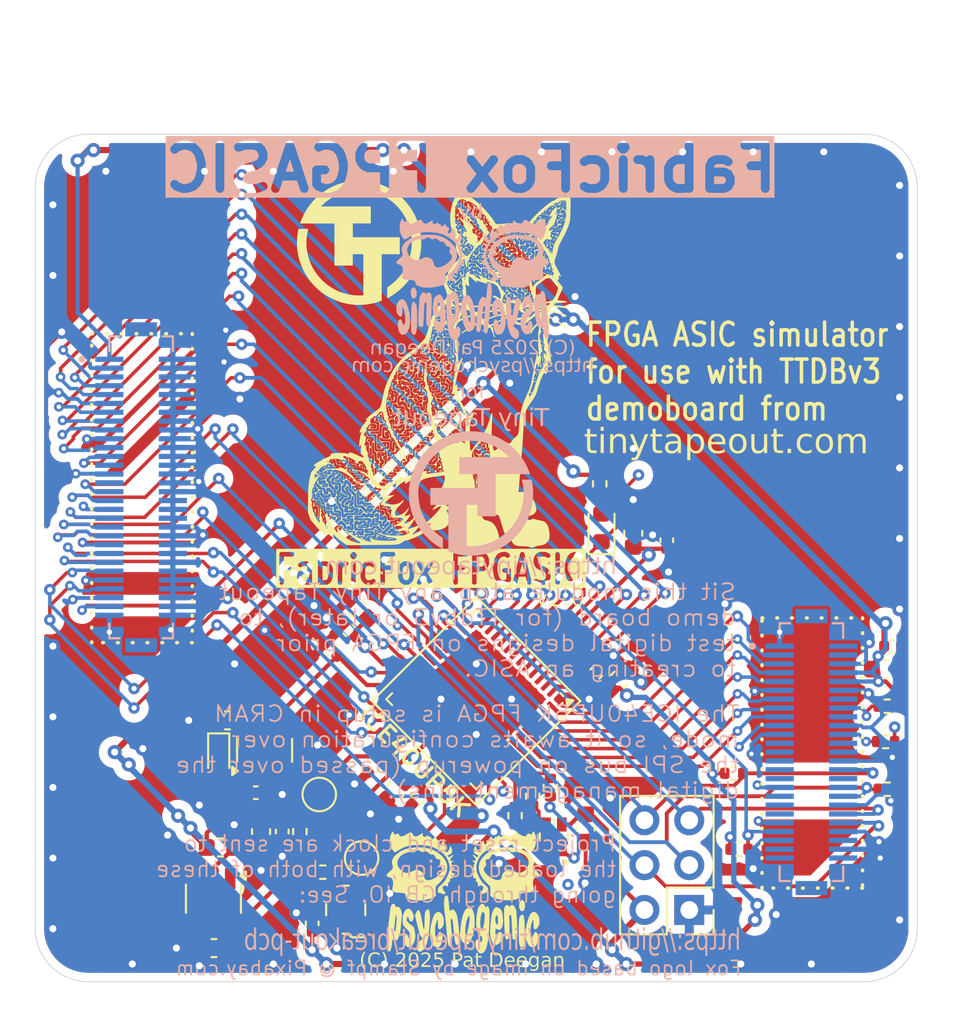
<source format=kicad_pcb>
(kicad_pcb (version 20241229) (generator "pcbnew") (generator_version "9.0")
  (title_block (title "FabricFox FPGASIC") (date "2025-12-01") (rev "2.0") (company "Psychogenic Technologies INC") (comment 1 "(C) 2025 Pat Deegan"))
  (layers (0 "F.Cu" signal) (4 "In1.Cu" signal) (6 "In2.Cu" signal) (2 "B.Cu" signal) (13 "F.Paste" user) (15 "B.Paste" user) (5 "F.SilkS" user "F.Silkscreen") (7 "B.SilkS" user "B.Silkscreen") (1 "F.Mask" user) (3 "B.Mask" user) (25 "Edge.Cuts" user))
  (net 0 "")
  (net 1 "+3V3")
  (net 2 "GND")
  (net 3 "/FPGA/VCC_PLL")
  (net 4 "+2V5")
  (net 5 "+1V2")
  (net 6 "/uin1")
  (net 7 "/uio0")
  (net 8 "/uin2")
  (net 9 "/uin4")
  (net 10 "/c_~{rst}")
  (net 11 "/uin7")
  (net 12 "/uin6")
  (net 13 "/c_ena")
  (net 14 "/uin5")
  (net 15 "/uin0")
  (net 16 "/c_sel_inc")
  (net 17 "/uio1")
  (net 18 "/uin3")
  (net 19 "/uio4")
  (net 20 "/uout3")
  (net 21 "/uio7")
  (net 22 "/uout0")
  (net 23 "/uio2")
  (net 24 "/uio5")
  (net 25 "/uout6")
  (net 26 "/uout7")
  (net 27 "/uio6")
  (net 28 "/uout4")
  (net 29 "/uio3")
  (net 30 "/uout5")
  (net 31 "/uout2")
  (net 32 "/uout1")
  (net 33 "Net-(D1-A)")
  (net 34 "Net-(D3-Pad3)")
  (net 35 "Net-(D3-Pad2)")
  (net 36 "Net-(D3-Pad1)")
  (net 37 "/FPGA/CDONE")
  (net 38 "/FPGA/RGB_R")
  (net 39 "/FPGA/RGB_G")
  (net 40 "/FPGA/RGB_B")
  (net 41 "/FPGA/FPGA_INT_CLK")
  (net 42 "/FPGA/xclk")
  (net 46 "/p_clk")
  (net 49 "/mngIO6")
  (net 50 "/reserved3")
  (net 51 "/mngIO7")
  (net 52 "/mngIO5")
  (net 54 "/MISO")
  (net 59 "/RES1")
  (net 61 "/mngIO4")
  (net 62 "/RES2")
  (net 63 "/RES3")
  (net 64 "/MOSI")
  (net 65 "/~{SS}")
  (net 67 "/SCK")
  (net 68 "/reserved4")
  (net 73 "/p_rst")
  (footprint "Package_DFN_QFN:QFN-48-1EP_7x7mm_P0.5mm_EP5.6x5.6mm" (layer "F.Cu") (at 60 65 -135)
    (property "Reference" "U1" (hide yes))
    (property "Value" "ICE40UP5K-SG48I" (hide yes))
  )
  (footprint "flyingcarsfootprints:StitchingVia-0.4mmDrill" (layer "F.Cu") (at 36 62 90)
    (property "Reference" "STITCH01" (hide yes))
    (property "Value" "StitchingVia-0.4mmDrill" (hide yes))
  )
  (footprint "flyingcarsfootprints:StitchingVia-0.4mmDrill" (layer "F.Cu") (at 51.8 53.8 90)
    (property "Reference" "STITCH17" (hide yes))
    (property "Value" "StitchingVia-0.4mmDrill" (hide yes))
  )
  (footprint "Capacitor_SMD:C_0603_1608Metric" (layer "F.Cu") (at 55.4 70.2 -135)
    (property "Reference" "C4" (hide yes))
    (property "Value" "4u7" (hide yes))
  )
  (footprint "flyingcarsfootprints:StitchingVia-0.4mmDrill" (layer "F.Cu") (at 36 41 90)
    (property "Reference" "STITCH18" (hide yes))
    (property "Value" "StitchingVia-0.4mmDrill" (hide yes))
  )
  (footprint "flyingcarsfootprints:StitchingVia-0.4mmDrill" (layer "F.Cu") (at 46.3 63 90)
    (property "Reference" "STITCH17" (hide yes))
    (property "Value" "StitchingVia-0.4mmDrill" (hide yes))
  )
  (footprint "Capacitor_SMD:C_0603_1608Metric" (layer "F.Cu") (at 47.8 72.5 -90)
    (property "Reference" "C13" (hide yes))
    (property "Value" "4u7" (hide yes))
  )
  (footprint "Capacitor_SMD:C_0603_1608Metric" (layer "F.Cu") (at 83.2 63.3)
    (property "Reference" "C19" (hide yes))
    (property "Value" "10u" (hide yes))
  )
  (footprint "flyingcarsfootprints:StitchingVia-0.4mmDrill" (layer "F.Cu") (at 66.4 65 90)
    (property "Reference" "STITCH01" (hide yes))
    (property "Value" "StitchingVia-0.4mmDrill" (hide yes))
  )
  (footprint "Resistor_SMD:R_0402_1005Metric" (layer "F.Cu") (at 64.2 70 90)
    (property "Reference" "R8" (hide yes))
    (property "Value" "100" (hide yes))
  )
  (footprint "flyingcarsfootprints:StitchingVia-0.4mmDrill" (layer "F.Cu") (at 36 66 90)
    (property "Reference" "STITCH2" (hide yes))
    (property "Value" "StitchingVia-0.4mmDrill" (hide yes))
  )
  (footprint "flyingcarsfootprints:StitchingVia-0.4mmDrill" (layer "F.Cu") (at 40.5 80 90)
    (property "Reference" "STITCH21" (hide yes))
    (property "Value" "StitchingVia-0.4mmDrill" (hide yes))
  )
  (footprint "Resistor_SMD:R_0402_1005Metric" (layer "F.Cu") (at 67 52.8 90)
    (property "Reference" "R3" (hide yes))
    (property "Value" "100" (hide yes))
  )
  (footprint "flyingcarsfootprints:StitchingVia-0.4mmDrill" (layer "F.Cu") (at 62.8 80 90)
    (property "Reference" "STITCH19" (hide yes))
    (property "Value" "StitchingVia-0.4mmDrill" (hide yes))
  )
  (footprint "Resistor_SMD:R_0402_1005Metric" (layer "F.Cu") (at 83.21 67.4 180)
    (property "Reference" "R1" (hide yes))
    (property "Value" "0" (hide yes))
  )
  (footprint "Resistor_SMD:R_0402_1005Metric" (layer "F.Cu") (at 62.2 71.6 90)
    (property "Reference" "R9" (hide yes))
    (property "Value" "68" (hide yes))
  )
  (footprint "flyingcarsfootprints:StitchingVia-0.4mmDrill" (layer "F.Cu") (at 52.1 79.1 90)
    (property "Reference" "STITCH01" (hide yes))
    (property "Value" "StitchingVia-0.4mmDrill" (hide yes))
  )
  (footprint "flyingcarsfootprints:StitchingVia-0.4mmDrill" (layer "F.Cu") (at 84 35.9 90)
    (property "Reference" "STITCH11" (hide yes))
    (property "Value" "StitchingVia-0.4mmDrill" (hide yes))
  )
  (footprint "Capacitor_SMD:C_0402_1005Metric" (layer "F.Cu") (at 66.8 63.5 45)
    (property "Reference" "C5" (hide yes))
    (property "Value" "100n" (hide yes))
  )
  (footprint "Capacitor_SMD:C_0402_1005Metric" (layer "F.Cu") (at 49 72.5 -90)
    (property "Reference" "C14" (hide yes))
    (property "Value" "100n" (hide yes))
  )
  (footprint "Capacitor_SMD:C_0603_1608Metric" (layer "F.Cu") (at 45.9 66.2 180)
    (property "Reference" "C9" (hide yes))
    (property "Value" "4u7" (hide yes))
  )
  (footprint "Diode_SMD:D_SOD-523" (layer "F.Cu") (at 45.4 68.2 -90)
    (property "Reference" "D2" (hide yes))
    (property "Value" "1N4448WT" (hide yes))
  )
  (footprint "Resistor_SMD:R_0402_1005Metric" (layer "F.Cu") (at 74.6 69.2)
    (property "Reference" "R4" (hide yes))
    (property "Value" "10k" (hide yes))
  )
  (footprint "flyingcarsfootprints:StitchingVia-0.4mmDrill" (layer "F.Cu") (at 71.7 34 90)
    (property "Reference" "STITCH14" (hide yes))
    (property "Value" "StitchingVia-0.4mmDrill" (hide yes))
  )
  (footprint "flyingcarsfootprints:StitchingVia-0.4mmDrill" (layer "F.Cu") (at 75.7 34 90)
    (property "Reference" "STITCH13" (hide yes))
    (property "Value" "StitchingVia-0.4mmDrill" (hide yes))
  )
  (footprint "flyingcarsfootprints:StitchingVia-0.4mmDrill" (layer "F.Cu") (at 36 74 90)
    (property "Reference" "STITCH4" (hide yes))
    (property "Value" "StitchingVia-0.4mmDrill" (hide yes))
  )
  (footprint "flyingcarsfootprints:StitchingVia-0.4mmDrill" (layer "F.Cu") (at 66.8 80 90)
    (property "Reference" "STITCH01" (hide yes))
    (property "Value" "StitchingVia-0.4mmDrill" (hide yes))
  )
  (footprint "flyingcarsfootprints:StitchingVia-0.4mmDrill" (layer "F.Cu") (at 75 80 90)
    (property "Reference" "STITCH01" (hide yes))
    (property "Value" "StitchingVia-0.4mmDrill" (hide yes))
  )
  (footprint "flyingcarsfootprints:StitchingVia-0.4mmDrill" (layer "F.Cu") (at 41.1 67.8 90)
    (property "Reference" "STITCH01" (hide yes))
    (property "Value" "StitchingVia-0.4mmDrill" (hide yes))
  )
  (footprint "Connector_PinHeader_2.54mm:PinHeader_2x03_P2.54mm_Vertical" (layer "F.Cu") (at 72.075 76.94 180)
    (property "Reference" "J3" (hide yes))
    (property "Value" "Conn_02x03_Odd_Even" (hide yes))
  )
  (footprint "Capacitor_SMD:C_0603_1608Metric" (layer "F.Cu") (at 45.125 79.1 180)
    (property "Reference" "C11" (hide yes))
    (property "Value" "1u" (hide yes))
  )
  (footprint "Resistor_SMD:R_0402_1005Metric" (layer "F.Cu") (at 83.3 65.4 180)
    (property "Reference" "R6" (hide yes))
    (property "Value" "1k" (hide yes))
  )
  (footprint "flyingcarsfootprints:StitchingVia-0.4mmDrill" (layer "F.Cu") (at 67.7 34 90)
    (property "Reference" "STITCH15" (hide yes))
    (property "Value" "StitchingVia-0.4mmDrill" (hide yes))
  )
  (footprint "flyingcarsfootprints:StitchingVia-0.4mmDrill" (layer "F.Cu") (at 51 67.6 90)
    (property "Reference" "STITCH17" (hide yes))
    (property "Value" "StitchingVia-0.4mmDrill" (hide yes))
  )
  (footprint "flyingcarsfootprints:StitchingVia-0.4mmDrill" (layer "F.Cu") (at 61.9 47.1 90)
    (property "Reference" "STITCH01" (hide yes))
    (property "Value" "StitchingVia-0.4mmDrill" (hide yes))
  )
  (footprint "Oscillator:Oscillator_SMD_ECS_2520MV-xxx-xx-4Pin_2.5x2.0mm" (layer "F.Cu") (at 52.6 76.925 180)
    (property "Reference" "X1" (hide yes))
    (property "Value" "24MHz" (hide yes))
  )
  (footprint "Capacitor_SMD:C_0603_1608Metric" (layer "F.Cu") (at 68.1 63.9 45)
    (property "Reference" "C6" (hide yes))
    (property "Value" "4u7" (hide yes))
  )
  (footprint "flyingcarsfootprints:StitchingVia-0.4mmDrill" (layer "F.Cu") (at 84 51.9 90)
    (property "Reference" "STITCH7" (hide yes))
    (property "Value" "StitchingVia-0.4mmDrill" (hide yes))
  )
  (footprint "Fiducial:Fiducial_0.5mm_Mask1mm" (layer "F.Cu") (at 38 80)
    (property "Reference" "FID1" (hide yes))
    (property "Value" "Fiducial" (hide yes))
  )
  (footprint "flyingcarsfootprints:StitchingVia-0.4mmDrill" (layer "F.Cu") (at 36 78 90)
    (property "Reference" "STITCH5" (hide yes))
    (property "Value" "StitchingVia-0.4mmDrill" (hide yes))
  )
  (footprint "Capacitor_SMD:C_0603_1608Metric" (layer "F.Cu") (at 53.3 59.9 135)
    (property "Reference" "C2" (hide yes))
    (property "Value" "4u7" (hide yes))
  )
  (footprint "flyingcarsfootprints:StitchingVia-0.4mmDrill" (layer "F.Cu") (at 60.3 59 90)
    (property "Reference" "STITCH17" (hide yes))
    (property "Value" "StitchingVia-0.4mmDrill" (hide yes))
  )
  (footprint "flyingcarsfootprints:StitchingVia-0.4mmDrill" (layer "F.Cu") (at 79.7 34 90)
    (property "Reference" "STITCH12" (hide yes))
    (property "Value" "StitchingVia-0.4mmDrill" (hide yes))
  )
  (footprint "FPGASIC:foxlogo_med" (layer "F.Cu") (at 50.30078 56.34443)
    (property "Reference" "FOXLOGOMED" (hide yes))
    (property "Value" "LOGO" (hide yes))
  )
  (footprint "Resistor_SMD:R_0402_1005Metric" (layer "F.Cu") (at 50 72.5 90)
    (property "Reference" "R12" (hide yes))
    (property "Value" "100" (hide yes))
  )
  (footprint "Capacitor_SMD:C_0402_1005Metric" (layer "F.Cu") (at 54.2 68.8 -135)
    (property "Reference" "C18" (hide yes))
    (property "Value" "100n" (hide yes))
  )
  (footprint "flyingcarsfootprints:StitchingVia-0.4mmDrill" (layer "F.Cu") (at 55.3 35.1 90)
    (property "Reference" "STITCH01" (hide yes))
    (property "Value" "StitchingVia-0.4mmDrill" (hide yes))
  )
  (footprint "flyingcarsfootprints:StitchingVia-0.4mmDrill" (layer "F.Cu") (at 67.6 70.6 90)
    (property "Reference" "STITCH01" (hide yes))
    (property "Value" "StitchingVia-0.4mmDrill" (hide yes))
  )
  (footprint "Fiducial:Fiducial_0.5mm_Mask1mm" (layer "F.Cu") (at 82.5 34)
    (property "Reference" "FID2" (hide yes))
    (property "Value" "Fiducial" (hide yes))
  )
  (footprint "flyingcarsfootprints:StitchingVia-0.4mmDrill" (layer "F.Cu") (at 77 77.2 90)
    (property "Reference" "STITCH01" (hide yes))
    (property "Value" "StitchingVia-0.4mmDrill" (hide yes))
  )
  (footprint "flyingcarsfootprints:StitchingVia-0.4mmDrill" (layer "F.Cu") (at 54.8 80 90)
    (property "Reference" "STITCH21" (hide yes))
    (property "Value" "StitchingVia-0.4mmDrill" (hide yes))
  )
  (footprint "flyingcarsfootprints:StitchingVia-0.4mmDrill" (layer "F.Cu") (at 84 39.9 90)
    (property "Reference" "STITCH10" (hide yes))
    (property "Value" "StitchingVia-0.4mmDrill" (hide yes))
  )
  (footprint "Fiducial:Fiducial_0.5mm_Mask1mm" (layer "F.Cu") (at 81.5 80)
    (property "Reference" "FID3" (hide yes))
    (property "Value" "Fiducial" (hide yes))
  )
  (footprint "flyingcarsfootprints:PsychoLogoSmall" (layer "F.Cu") (at 59.2 75.9)
    (property "Reference" "{$REFERENCE}" (hide yes))
    (property "Value" "PSYLOGO" (hide yes))
  )
  (footprint "Capacitor_SMD:C_0603_1608Metric" (layer "F.Cu") (at 68.9 55.6 90)
    (property "Reference" "C15" (hide yes))
    (property "Value" "10u" (hide yes))
  )
  (footprint "Resistor_SMD:R_0402_1005Metric" (layer "F.Cu") (at 74.9 73.5)
    (property "Reference" "R2" (hide yes))
    (property "Value" "10k" (hide yes))
  )
  (footprint "flyingcarsfootprints:StitchingVia-0.4mmDrill" (layer "F.Cu") (at 65.6 42.2 90)
    (property "Reference" "STITCH01" (hide yes))
    (property "Value" "StitchingVia-0.4mmDrill" (hide yes))
  )
  (footprint "flyingcarsfootprints:StitchingVia-0.4mmDrill" (layer "F.Cu") (at 39 35.1 90)
    (property "Reference" "STITCH01" (hide yes))
    (property "Value" "StitchingVia-0.4mmDrill" (hide yes))
  )
  (footprint "flyingcarsfootprints:StitchingVia-0.4mmDrill" (layer "F.Cu") (at 70.9 57.8 90)
    (property "Reference" "STITCH01" (hide yes))
    (property "Value" "StitchingVia-0.4mmDrill" (hide yes))
  )
  (footprint "Resistor_SMD:R_0402_1005Metric" (layer "F.Cu") (at 51.3 74.8)
    (property "Reference" "R11" (hide yes))
    (property "Value" "100" (hide yes))
  )
  (footprint "flyingcarsfootprints:StitchingVia-0.4mmDrill" (layer "F.Cu") (at 84 55.9 90)
    (property "Reference" "STITCH6" (hide yes))
    (property "Value" "StitchingVia-0.4mmDrill" (hide yes))
  )
  (footprint "flyingcarsfootprints:StitchingVia-0.4mmDrill" (layer "F.Cu") (at 36 70 90)
    (property "Reference" "STITCH3" (hide yes))
    (property "Value" "StitchingVia-0.4mmDrill" (hide yes))
  )
  (footprint "flyingcarsfootprints:StitchingVia-0.4mmDrill" (layer "F.Cu") (at 79 80 90)
    (property "Reference" "STITCH01" (hide yes))
    (property "Value" "StitchingVia-0.4mmDrill" (hide yes))
  )
  (footprint "flyingcarsfootprints:StitchingVia-0.4mmDrill" (layer "F.Cu") (at 68.9 50.8 90)
    (property "Reference" "STITCH01" (hide yes))
    (property "Value" "StitchingVia-0.4mmDrill" (hide yes))
  )
  (footprint "flyingcarsfootprints:StitchingVia-0.4mmDrill" (layer "F.Cu") (at 44.3 71 90)
    (property "Reference" "STITCH17" (hide yes))
    (property "Value" "StitchingVia-0.4mmDrill" (hide yes))
  )
  (footprint "Capacitor_SMD:C_0402_1005Metric" (layer "F.Cu") (at 50.7 77.7 90)
    (property "Reference" "C7" (hide yes))
    (property "Value" "100n" (hide yes))
  )
  (footprint "flyingcarsfootprints:StitchingVia-0.4mmDrill" (layer "F.Cu") (at 46.6 48 90)
    (property "Reference" "STITCH01" (hide yes))
    (property "Value" "StitchingVia-0.4mmDrill" (hide yes))
  )
  (footprint "TestPoint:TestPoint_Pad_D1.5mm" (layer "F.Cu") (at 51.1 70.4)
    (property "Reference" "TP6" (hide yes))
    (property "Value" "TestPoint" (hide yes))
  )
  (footprint "flyingcarsfootprints:StitchingVia-0.4mmDrill" (layer "F.Cu") (at 84 43.9 90)
    (property "Reference" "STITCH9" (hide yes))
    (property "Value" "StitchingVia-0.4mmDrill" (hide yes))
  )
  (footprint "flyingcarsfootprints:StitchingVia-0.4mmDrill" (layer "F.Cu") (at 84 59.9 90)
    (property "Reference" "STITCH01" (hide yes))
    (property "Value" "StitchingVia-0.4mmDrill" (hide yes))
  )
  (footprint "Capacitor_SMD:C_0402_1005Metric" (layer "F.Cu") (at 70.8 56 90)
    (property "Reference" "C16" (hide yes))
    (property "Value" "100n" (hide yes))
  )
  (footprint "Capacitor_SMD:C_0603_1608Metric" (layer "F.Cu") (at 66.2 72.3 -90)
    (property "Reference" "C12" (hide yes))
    (property "Value" "4u7" (hide yes))
  )
  (footprint "Resistor_SMD:R_0402_1005Metric" (layer "F.Cu") (at 83.3 70.1)
    (property "Reference" "R5" (hide yes))
    (property "Value" "1k" (hide yes))
  )
  (footprint "flyingcarsfootprints:StitchingVia-0.4mmDrill" (layer "F.Cu") (at 84 47.9 90)
    (property "Reference" "STITCH8" (hide yes))
    (property "Value" "StitchingVia-0.4mmDrill" (hide yes))
  )
  (footprint "flyingcarsfootprints:StitchingVia-0.4mmDrill" (layer "F.Cu") (at 42.5 72.7 90)
    (property "Reference" "STITCH01" (hide yes))
    (property "Value" "StitchingVia-0.4mmDrill" (hide yes))
  )
  (footprint "flyingcarsfootprints:StitchingVia-0.4mmDrill" (layer "F.Cu") (at 59.7 34 90)
    (property "Reference" "STITCH17" (hide yes))
    (property "Value" "StitchingVia-0.4mmDrill" (hide yes))
  )
  (footprint "flyingcarsfootprints:StitchingVia-0.4mmDrill" (layer "F.Cu") (at 58.8 80 90)
    (property "Reference" "STITCH20" (hide yes))
    (property "Value" "StitchingVia-0.4mmDrill" (hide yes))
  )
  (footprint "flyingcarsfootprints:StitchingVia-0.4mmDrill" (layer "F.Cu") (at 74.1 59.6 90)
    (property "Reference" "STITCH01" (hide yes))
    (property "Value" "StitchingVia-0.4mmDrill" (hide yes))
  )
  (footprint "flyingcarsfootprints:StitchingVia-0.4mmDrill" (layer "F.Cu") (at 60.3 71.6 90)
    (property "Reference" "STITCH01" (hide yes))
    (property "Value" "StitchingVia-0.4mmDrill" (hide yes))
  )
  (footprint "LED_SMD:LED_0603_1608Metric" (layer "F.Cu") (at 67.1 55.3 90)
    (property "Reference" "D1" (hide yes))
    (property "Value" "LED" (hide yes))
  )
  (footprint "flyingcarsfootprints:StitchingVia-0.4mmDrill" (layer "F.Cu") (at 44.6 35.1 90)
    (property "Reference" "STITCH01" (hide yes))
    (property "Value" "StitchingVia-0.4mmDrill" (hide yes))
  )
  (footprint "Capacitor_SMD:C_0402_1005Metric" (layer "F.Cu") (at 83.6 62)
    (property "Reference" "C20" (hide yes))
    (property "Value" "100n" (hide yes))
  )
  (footprint "Capacitor_SMD:C_0402_1005Metric" (layer "F.Cu") (at 47.5 70.3)
    (property "Reference" "C8" (hide yes))
    (property "Value" "100n" (hide yes))
  )
  (footprint "Resistor_SMD:R_0402_1005Metric" (layer "F.Cu") (at 63.2 70.5 90)
    (property "Reference" "R10" (hide yes))
    (property "Value" "68" (hide yes))
  )
  (footprint "TestPoint:TestPoint_Pad_D1.5mm" (layer "F.Cu") (at 53.5 74 180)
    (property "Reference" "TP5" (hide yes))
    (property "Value" "TestPoint" (hide yes))
  )
  (footprint "flyingcarsfootprints:StitchingVia-0.4mmDrill" (layer "F.Cu") (at 48.5 35.1 90)
    (property "Reference" "STITCH01" (hide yes))
    (property "Value" "StitchingVia-0.4mmDrill" (hide yes))
  )
  (footprint "Package_TO_SOT_SMD:SOT-23" (layer "F.Cu") (at 48 67.9 90)
    (property "Reference" "D4" (hide yes))
    (property "Value" "BAS19" (hide yes))
  )
  (footprint "Package_TO_SOT_SMD:SOT-23-5" (layer "F.Cu") (at 45.1 76.3 -90)
    (property "Reference" "U2" (hide yes))
    (property "Value" "AP2112K-1.2" (hide yes))
  )
  (footprint "flyingcarsfootprints:StitchingVia-0.4mmDrill" (layer "F.Cu") (at 48.5 80 90)
    (property "Reference" "STITCH21" (hide yes))
    (property "Value" "StitchingVia-0.4mmDrill" (hide yes))
  )
  (footprint "Capacitor_SMD:C_0402_1005Metric" (layer "F.Cu") (at 51.8 62.2 135)
    (property "Reference" "C17" (hide yes))
    (property "Value" "100n" (hide yes))
  )
  (footprint "flyingcarsfootprints:StitchingVia-0.4mmDrill" (layer "F.Cu") (at 59.5 46.1 90)
    (property "Reference" "STITCH17" (hide yes))
    (property "Value" "StitchingVia-0.4mmDrill" (hide yes))
  )
  (footprint "flyingcarsfootprints:StitchingVia-0.4mmDrill" (layer "F.Cu") (at 61.3 74.3 90)
    (property "Reference" "STITCH01" (hide yes))
    (property "Value" "StitchingVia-0.4mmDrill" (hide yes))
  )
  (footprint "Capacitor_SMD:C_0402_1005Metric" (layer "F.Cu") (at 56.7 70.6 -135)
    (property "Reference" "C3" (hide yes))
    (property "Value" "100n" (hide yes))
  )
  (footprint "Logos:TT_logo" (layer "F.Cu") (at 53.4 39.2)
    (property "Reference" "TTLOGO1" (hide yes))
    (property "Value" "TT_logo" (hide yes))
  )
  (footprint "psysnapeda:LED_EAST1616RGBA3" (layer "F.Cu") (at 64.4 72.8 90)
    (property "Reference" "D3" (hide yes))
    (property "Value" "RGB" (hide yes))
  )
  (footprint "flyingcarsfootprints:StitchingVia-0.4mmDrill" (layer "F.Cu") (at 84 77.5 90)
    (property "Reference" "STITCH01" (hide yes))
    (property "Value" "StitchingVia-0.4mmDrill" (hide yes))
  )
  (footprint "Capacitor_SMD:C_0402_1005Metric" (layer "F.Cu") (at 52.8 61.1 135)
    (property "Reference" "C1" (hide yes))
    (property "Value" "100n" (hide yes))
  )
  (footprint "flyingcarsfootprints:StitchingVia-0.4mmDrill" (layer "F.Cu") (at 36 37 90)
    (property "Reference" "STITCH01" (hide yes))
    (property "Value" "StitchingVia-0.4mmDrill" (hide yes))
  )
  (footprint "flyingcarsfootprints:StitchingVia-0.4mmDrill" (layer "F.Cu") (at 63.7 34 90)
    (property "Reference" "STITCH16" (hide yes))
    (property "Value" "StitchingVia-0.4mmDrill" (hide yes))
  )
  (footprint "Capacitor_SMD:C_0603_1608Metric" (layer "F.Cu") (at 45.5 73.4)
    (property "Reference" "C10" (hide yes))
    (property "Value" "1u" (hide yes))
  )
  (footprint "flyingcarsfootprints:StitchingVia-0.4mmDrill" (layer "F.Cu") (at 64.7 58.1 90)
    (property "Reference" "STITCH17" (hide yes))
    (property "Value" "StitchingVia-0.4mmDrill" (hide yes))
  )
  (footprint "flyingcarsfootprints:StitchingVia-0.4mmDrill" (layer "F.Cu") (at 57 58.2 90)
    (property "Reference" "STITCH01" (hide yes))
    (property "Value" "StitchingVia-0.4mmDrill" (hide yes))
  )
  (footprint "Logos:TT_logo" (layer "B.Cu") (at 59.659833 53.4 180)
    (property "Reference" "TTLOGO1" (hide yes))
    (property "Value" "TT_logo" (hide yes))
  )
  (footprint "TinyTapeout:HRS_DF12NB-50DS-0.5V_51" (layer "B.Cu") (at 79 68 90)
    (property "Reference" "J1" (hide yes))
    (property "Value" "DF12NB-50DS-0.5V_51")
  )
  (footprint "flyingcarsfootprints:PsychoLogoSmall" (layer "B.Cu") (at 59.851587 41.2 180)
    (property "Reference" "{$REFERENCE}" (hide yes))
    (property "Value" "PSYLOGO" (hide yes))
  )
  (footprint "TinyTapeout:HRS_DF12NB-60DS-0.5V_51" (layer "B.Cu") (at 41 53 90)
    (property "Reference" "J2" (hide yes))
    (property "Value" "DF12NB-60DS-0.5V_51")
  )
  (gr_line (start 60 71) (end 65.9 65.1) (stroke (width 0.12)) (layer "F.SilkS"))
  (gr_line (start 54.1 65.1) (end 60 59.2) (stroke (width 0.12)) (layer "F.SilkS"))
  (gr_rect (start 76.2 60.4) (end 81.9 75.7) (stroke (width 0.2) (type dot)) (fill no) (layer "F.SilkS"))
  (gr_line (start 65.9 65.1) (end 60 59.2) (stroke (width 0.12)) (layer "F.SilkS"))
  (gr_line (start 60 71) (end 54.1 65.1) (stroke (width 0.12)) (layer "F.SilkS"))
  (gr_rect (start 38.2 44.3) (end 43.9 61.8) (stroke (width 0.2) (type dot)) (fill no) (layer "F.SilkS"))
  (gr_arc (start 38 81) (mid 35.87868 80.12132) (end 35 78) (stroke (width 0.05)) (layer "Edge.Cuts"))
  (gr_line (start 38 33) (end 82 33) (stroke (width 0.05)) (layer "Edge.Cuts"))
  (gr_line (start 85 36) (end 85 78) (stroke (width 0.05)) (layer "Edge.Cuts"))
  (gr_line (start 35 78) (end 35 36) (stroke (width 0.05)) (layer "Edge.Cuts"))
  (gr_arc (start 82 33) (mid 84.12132 33.87868) (end 85 36) (stroke (width 0.05)) (layer "Edge.Cuts"))
  (gr_arc (start 35 36) (mid 35.87868 33.87868) (end 38 33) (stroke (width 0.05)) (layer "Edge.Cuts"))
  (gr_line (start 82 81) (end 38 81) (stroke (width 0.05)) (layer "Edge.Cuts"))
  (gr_arc (start 85 78) (mid 84.12132 80.12132) (end 82 81) (stroke (width 0.05)) (layer "Edge.Cuts"))
  (gr_text "FPGA ASIC simulator\nfor use with TTDBv3\ndemoboard from" (at 66.1 49.3 0) (layer "F.SilkS") (effects (font (size 1.3 1.1) (thickness 0.2) (bold yes)) (justify left bottom)))
  (gr_text "iCE40UP5K" (at 53.1 65.9 315) (layer "F.SilkS") (effects (font (size 0.9 1) (thickness 0.18) (bold yes)) (justify left bottom)))
  (gr_text "FabricFox FPGASIC" (at 48.5 58.6 0) (layer "F.SilkS" knockout) (effects (font (size 1.6 1.24) (thickness 0.26) (bold yes)) (justify left bottom)))
  (gr_text "(C) 2025 Pat Deegan" (at 59.2 80.3 0) (layer "F.SilkS") (effects (font (size 0.8 0.8) (thickness 0.1)) (justify bottom)))
  (gr_text "v${REVISION}" (at 63.3 59.8 0) (layer "F.SilkS") (effects (font (size 0.9 0.9) (thickness 0.1)) (justify left bottom)))
  (gr_text "tinytapeout.com" (at 66.1 51.3 0) (layer "F.SilkS") (effects (font (size 1.4 1.4) (thickness 0.1)) (justify left bottom)))
  (gr_text "Fox logo based on image by Stampf @ Pixabay.com" (at 75.1 80.7 0) (layer "B.SilkS") (effects (font (size 0.8 0.8) (thickness 0.1)) (justify left bottom mirror)))
  (gr_text "Tiny Tapeout" (at 59.7 49.7 0) (layer "B.SilkS") (effects (font (size 1 1) (thickness 0.1)) (justify bottom mirror)))
  (gr_text "(C) 2025 Pat Deegan" (at 59.801058 45.6 0) (layer "B.SilkS") (effects (font (size 0.8 0.8) (thickness 0.1)) (justify bottom mirror)))
  (gr_text "by" (at 59.7 37.9 0) (layer "B.SilkS") (effects (font (size 0.8 0.8) (thickness 0.1)) (justify bottom mirror)))
  (gr_text "Project reset and clock are sent to\nthe loaded design, with both of these \ngoing through GB IO. See:" (at 68 76.6 0) (layer "B.SilkS") (effects (font (size 0.9 0.9) (thickness 0.1)) (justify left bottom mirror)))
  (gr_text "Sit this module atop any Tiny Tapeout\ndemo board (for TTdbv3 or later), to \ntest digital designs on FPGA prior \nto creating an ASIC." (at 74.8 63.8 0) (layer "B.SilkS") (effects (font (size 0.9 1) (thickness 0.1)) (justify left bottom mirror)))
  (gr_text "The ICE40UP5K FPGA is setup in CRAM\nmode, so it awaits configuration over \nthe SPI bus on powerup (passed over the\ndigital management pins)." (at 75 70.7 0) (layer "B.SilkS") (effects (font (size 0.9 1) (thickness 0.1)) (justify left bottom mirror)))
  (gr_text "https://psychogenic.com" (at 59.801058 46.6 0) (layer "B.SilkS") (effects (font (size 0.8 0.8) (thickness 0.1)) (justify bottom mirror)))
  (gr_text "FabricFox FPGASIC" (at 59.7 36.4 0) (layer "B.SilkS" knockout) (effects (font (size 2.45 2.45) (thickness 0.5) (bold yes)) (justify bottom mirror)))
  (gr_text "https://tinytapeout.com" (at 59.7 58.1 0) (layer "B.SilkS") (effects (font (size 1 1) (thickness 0.1)) (justify bottom mirror)))
  (gr_text "for" (at 59.7 48.1 0) (layer "B.SilkS") (effects (font (size 0.8 0.8) (thickness 0.1)) (justify bottom mirror)))
  (gr_text "https://github.com/tinyTapeout/breakout-pcb" (at 75 79.4 0) (layer "B.SilkS") (effects (font (size 1.2 0.9) (thickness 0.1)) (justify left bottom mirror)))
  (segment (start 39.5 68) (end 49.637402 57.862598) (width 0.35) (layer "F.Cu") (net 1))
  (segment (start 83.12 62) (end 83.12 60.78) (width 0.3) (layer "F.Cu") (net 1))
  (segment (start 82.8 64) (end 82.8 63.475) (width 0.24) (layer "F.Cu") (net 1))
  (segment (start 66.969186 64.348008) (end 67.451992 64.348008) (width 0.24) (layer "F.Cu") (net 1))
  (segment (start 65.69 52.29) (end 65.5 52.1) (width 0.24) (layer "F.Cu") (net 1))
  (segment (start 74.39 73.5) (end 74.39 72.8) (width 0.24) (layer "F.Cu") (net 1))
  (segment (start 67.551992 64.448008) (end 67.651992 64.348008) (width 0.24) (layer "F.Cu") (net 1))
  (segment (start 66.460589 63.839411) (end 66.969186 64.348008) (width 0.24) (layer "F.Cu") (net 1))
  (segment (start 45.574999 76.3) (end 44.625001 76.3) (width 0.3) (layer "F.Cu") (net 1))
  (segment (start 65.5 43.5) (end 64 43.5) (width 0.3) (layer "F.Cu") (net 1))
  (segment (start 82.625 62.723928) (end 82.785 62.563928) (width 0.24) (layer "F.Cu") (net 1))
  (segment (start 83.12 60.78) (end 83.2 60.7) (width 0.3) (layer "F.Cu") (net 1))
  (segment (start 50.7 78.18) (end 50.8 78.08) (width 0.24) (layer "F.Cu") (net 1))
  (segment (start 65.8 64.3) (end 66.260589 63.839411) (width 0.24) (layer "F.Cu") (net 1))
  (segment (start 57.039411 70.260589) (end 57.4 70.621178) (width 0.35) (layer "F.Cu") (net 1))
  (segment (start 40.3 68.7) (end 40.2 68.7) (width 0.35) (layer "F.Cu") (net 1))
  (segment (start 53.139411 61.439411) (end 53.139411 61.156605) (width 0.24) (layer "F.Cu") (net 1))
  (segment (start 51.645 78.08) (end 51.875 77.85) (width 0.24) (layer "F.Cu") (net 1))
  (segment (start 40.2 68.7) (end 39.5 68) (width 0.35) (layer "F.Cu") (net 1))
  (segment (start 44.625001 76.3) (end 44.15 75.824999) (width 0.3) (layer "F.Cu") (net 1))
  (segment (start 67 52.29) (end 65.69 52.29) (width 0.24) (layer "F.Cu") (net 1))
  (segment (start 64 43.5) (end 60.4 47.1) (width 0.3) (layer "F.Cu") (net 1))
  (segment (start 82.866071 62.563928) (end 82.785 62.563928) (width 0.24) (layer "F.Cu") (net 1))
  (segment (start 47.05 68.8375) (end 45.4625 68.8375) (width 0.24) (layer "F.Cu") (net 1))
  (segment (start 57.4 70.621178) (end 57.4 71.2) (width 0.35) (layer "F.Cu") (net 1))
  (segment (start 44.725 73.4) (end 44.15 73.975) (width 0.3) (layer "F.Cu") (net 1))
  (segment (start 75.9 76.701303) (end 75.9 77.4) (width 0.35) (layer "F.Cu") (net 1))
  (segment (start 73.3 80) (end 75.8 77.5) (width 0.3) (layer "F.Cu") (net 1))
  (segment (start 67.451992 64.348008) (end 67.551992 64.448008) (width 0.24) (layer "F.Cu") (net 1))
  (segment (start 65.325 72.1) (end 65.9 71.525) (width 0.24) (layer "F.Cu") (net 1))
  (segment (start 75.9 77.4) (end 75.8 77.5) (width 0.35) (layer "F.Cu") (net 1))
  (segment (start 50.7 79.2) (end 51.5 80) (width 0.35) (layer "F.Cu") (net 1))
  (segment (start 56.331884 63.806757) (end 55.546127 63.021) (width 0.24) (layer "F.Cu") (net 1))
  (segment (start 57.039411 69.728356) (end 57.039411 70.260589) (width 0.24) (layer "F.Cu") (net 1))
  (segment (start 82.625 63.3) (end 82.425 63.3) (width 0.24) (layer "F.Cu") (net 1))
  (segment (start 74.09 69.2) (end 73.411932 69.2) (width 0.24) (layer "F.Cu") (net 1))
  (segment (start 83.12 62.309999) (end 82.866071 62.563928) (width 0.24) (layer "F.Cu") (net 1))
  (segment (start 50.7 78.18) (end 50.7 79.2) (width 0.24) (layer "F.Cu") (net 1))
  (segment (start 83.209681 64) (end 83.81 64.600319) (width 0.24) (layer "F.Cu") (net 1))
  (segment (start 67.651992 64.348008) (end 68.104016 64.348008) (width 0.24) (layer "F.Cu") (net 1))
  (segment (start 67.7 79.2) (end 68.5 80) (width 0.35) (layer "F.Cu") (net 1))
  (segment (start 82.8 63.475) (end 82.625 63.3) (width 0.24) (layer "F.Cu") (net 1))
  (segment (start 73.411932 69.2) (end 73.381932 69.23) (width 0.24) (layer "F.Cu") (net 1))
  (segment (start 43.8 72.475) (end 44.725 73.4) (width 0.3) (layer "F.Cu") (net 1))
  (segment (start 43.1 71.6) (end 43.8 72.3) (width 0.24) (layer "F.Cu") (net 1))
  (segment (start 82.625 63.1) (end 82.625 62.723928) (width 0.24) (layer "F.Cu") (net 1))
  (segment (start 47.02 70.3) (end 47.02 68.8675) (width 0.24) (layer "F.Cu") (net 1))
  (segment (start 46.05 75.824999) (end 45.574999 76.3) (width 0.3) (layer "F.Cu") (net 1))
  (segment (start 45.4625 68.8375) (end 45.4 68.9) (width 0.24) (layer "F.Cu") (net 1))
  (segment (start 61.7 73.2) (end 61 72.5) (width 0.35) (layer "F.Cu") (net 1))
  (segment (start 47.02 68.8675) (end 47.05 68.8375) (width 0.24) (layer "F.Cu") (net 1))
  (segment (start 66.525 71.525) (end 67.4 72.4) (width 0.24) (layer "F.Cu") (net 1))
  (segment (start 83.12 62) (end 83.12 62.309999) (width 0.24) (layer "F.Cu") (net 1))
  (segment (start 68.5 80) (end 73.3 80) (width 0.3) (layer "F.Cu") (net 1))
  (segment (start 47.02 70.3) (end 47 70.3) (width 0.24) (layer "F.Cu") (net 1))
  (segment (start 58.453204 68.314563) (end 57.039411 69.728356) (width 0.24) (layer "F.Cu") (net 1))
  (segment (start 46.05 75.1625) (end 46.05 75.824999) (width 0.3) (layer "F.Cu") (net 1))
  (segment (start 66.260589 63.839411) (end 66.460589 63.839411) (width 0.24) (layer "F.Cu") (net 1))
  (segment (start 50.8 78.08) (end 51.645 78.08) (width 0.24) (layer "F.Cu") (net 1))
  (segment (start 44.725 72.575) (end 44.725 73.4) (width 0.24) (layer "F.Cu") (net 1))
  (segment (start 44.15 73.975) (end 44.15 75.1625) (width 0.3) (layer "F.Cu") (net 1))
  (segment (start 66.2 71.525) (end 66.525 71.525) (width 0.24) (layer "F.Cu") (net 1))
  (segment (start 64.375223 64.513864) (end 64.589087 64.3) (width 0.24) (layer "F.Cu") (net 1))
  (segment (start 55.948008 69.651992) (end 56.430814 69.651992) (width 0.24) (layer "F.Cu") (net 1))
  (segment (start 82.425 63.3) (end 82.625 63.1) (width 0.24) (layer "F.Cu") (net 1))
  (segment (start 64.85 72.1) (end 65.325 72.1) (width 0.24) (layer "F.Cu") (net 1))
  (segment (start 43.8 72.3) (end 43.8 72.475) (width 0.24) (layer "F.Cu") (net 1))
  (segment (start 44.15 75.824999) (end 44.15 75.1625) (width 0.3) (layer "F.Cu") (net 1))
  (segment (start 54.721 63.021) (end 53.139411 61.439411) (width 0.24) (layer "F.Cu") (net 1))
  (segment (start 67.4 72.4) (end 67.4 74.805) (width 0.24) (layer "F.Cu") (net 1))
  (segment (start 49.637402 57.862598) (end 60.4 47.1) (width 0.35) (layer "F.Cu") (net 1))
  (segment (start 67.7 78.775) (end 69.535 76.94) (width 0.35) (layer "F.Cu") (net 1))
  (segment (start 55.9 33.9) (end 38 33.9) (width 0.35) (layer "F.Cu") (net 1))
  (segment (start 51.5 80) (end 53.5 80) (width 0.35) (layer "F.Cu") (net 1))
  (segment (start 75.93974 76.661563) (end 75.9 76.701303) (width 0.35) (layer "F.Cu") (net 1))
  (segment (start 68.104016 64.348008) (end 68.543568 64.78756) (width 0.24) (layer "F.Cu") (net 1))
  (segment (start 83.81 64.600319) (end 83.81 65.4) (width 0.24) (layer "F.Cu") (net 1))
  (segment (start 47 70.3) (end 44.725 72.575) (width 0.24) (layer "F.Cu") (net 1))
  (segment (start 64.589087 64.3) (end 65.8 64.3) (width 0.24) (layer "F.Cu") (net 1))
  (segment (start 38 33.9) (end 37.4 34.5) (width 0.35) (layer "F.Cu") (net 1))
  (segment (start 55.546127 63.021) (end 54.721 63.021) (width 0.24) (layer "F.Cu") (net 1))
  (segment (start 67.7 79.2) (end 67.7 78.775) (width 0.35) (layer "F.Cu") (net 1))
  (segment (start 65.9 71.525) (end 66.2 71.525) (width 0.24) (layer "F.Cu") (net 1))
  (segment (start 67.4 74.805) (end 69.535 76.94) (width 0.24) (layer "F.Cu") (net 1))
  (segment (start 53.5 80) (end 61 72.5) (width 0.35) (layer "F.Cu") (net 1))
  (segment (start 82.8 64) (end 83.209681 64) (width 0.24) (layer "F.Cu") (net 1))
  (segment (start 56.430814 69.651992) (end 57.039411 70.260589) (width 0.24) (layer "F.Cu") (net 1))
  (segment (start 53.139411 61.156605) (end 53.848008 60.448008) (width 0.24) (layer "F.Cu") (net 1))
  (via (at 64.5 43.5) (size 0.8) (drill 0.4) (layers "F.Cu" "B.Cu") (net 1))
  (via (at 43.8 72.3) (size 0.8) (drill 0.4) (layers "F.Cu" "B.Cu") (net 1))
  (via (at 82.8 64) (size 0.65) (drill 0.3) (layers "F.Cu" "B.Cu") (net 1))
  (via (at 37.4 34.5) (size 0.8) (drill 0.4) (layers "F.Cu" "B.Cu") (net 1))
  (via (at 83.2 60.7) (size 0.8) (drill 0.4) (layers "F.Cu" "B.Cu") (net 1))
  (via (at 73.381932 69.23) (size 0.62) (drill 0.3) (layers "F.Cu" "B.Cu") (net 1))
  (via (at 75.8 77.5) (size 0.8) (drill 0.4) (layers "F.Cu" "B.Cu") (net 1))
  (via (at 74.39 72.8) (size 0.62) (drill 0.3) (layers "F.Cu" "B.Cu") (net 1))
  (via (at 54.7 33.9) (size 0.8) (drill 0.4) (layers "F.Cu" "B.Cu") (net 1))
  (via (at 68.543568 64.78756) (size 0.8) (drill 0.4) (layers "F.Cu" "B.Cu") (net 1))
  (via (at 50.7 79.2) (size 0.8) (drill 0.4) (layers "F.Cu" "B.Cu") (net 1))
  (via (at 40.3 68.7) (size 0.8) (drill 0.4) (layers "F.Cu" "B.Cu") (net 1))
  (via (at 65.5 52.1) (size 0.8) (drill 0.4) (layers "F.Cu" "B.Cu") (net 1))
  (via (at 43.1 71.6) (size 0.8) (drill 0.4) (layers "F.Cu" "B.Cu") (net 1))
  (via (at 53.7 62) (size 0.8) (drill 0.4) (layers "F.Cu" "B.Cu") (net 1))
  (via (at 51.5 80) (size 0.8) (drill 0.4) (layers "F.Cu" "B.Cu") (net 1))
  (via (at 75.93974 76.661563) (size 0.8) (drill 0.4) (layers "F.Cu" "B.Cu") (net 1))
  (via (at 55.9 33.9) (size 0.8) (drill 0.4) (layers "F.Cu" "B.Cu") (net 1))
  (via (at 68.5 80) (size 0.8) (drill 0.4) (layers "F.Cu" "B.Cu") (net 1))
  (via (at 61.7 73.2) (size 0.8) (drill 0.4) (layers "F.Cu" "B.Cu") (net 1))
  (via (at 60.4 47.1) (size 0.8) (drill 0.4) (layers "F.Cu" "B.Cu") (net 1))
  (via (at 57.4 71.2) (size 0.8) (drill 0.4) (layers "F.Cu" "B.Cu") (net 1))
  (via (at 65.5 43.5) (size 0.8) (drill 0.4) (layers "F.Cu" "B.Cu") (net 1))
  (via (at 67.7 79.2) (size 0.8) (drill 0.4) (layers "F.Cu" "B.Cu") (net 1))
  (via (at 82.785 62.563928) (size 0.65) (drill 0.3) (layers "F.Cu" "B.Cu") (net 1))
  (via (at 38.3 33.9) (size 0.8) (drill 0.4) (layers "F.Cu" "B.Cu") (net 1))
  (via (at 39.5 68) (size 0.8) (drill 0.4) (layers "F.Cu" "B.Cu") (net 1))
  (via (at 49.637402 57.862598) (size 0.8) (drill 0.4) (layers "F.Cu" "B.Cu") (net 1))
  (via (at 61 72.5) (size 0.8) (drill 0.4) (layers "F.Cu" "B.Cu") (net 1))
  (segment (start 82.8 63.81766) (end 82.48234 63.5) (width 0.24) (layer "B.Cu") (net 1))
  (segment (start 73.381932 69.518068) (end 73.381932 69.23) (width 0.3) (layer "B.Cu") (net 1))
  (segment (start 74.6 75.321823) (end 75.93974 76.661563) (width 0.3) (layer "B.Cu") (net 1))
  (segment (start 82.48234 63.360072) (end 82.739928 63.102484) (width 0.24) (layer "B.Cu") (net 1))
  (segment (start 69.6 64.9) (end 68.656008 64.9) (width 0.3) (layer "B.Cu") (net 1))
  (segment (start 64.5 43.5) (end 65.5 43.5) (width 0.3) (layer "B.Cu") (net 1))
  (segment (start 68.5 80) (end 61 72.5) (width 0.35) (layer "B.Cu") (net 1))
  (segment (start 74.6 71.8) (end 74.6 72.59) (width 0.24) (layer "B.Cu") (net 1))
  (segment (start 58.3 72.5) (end 57.4 71.6) (width 0.35) (layer "B.Cu") (net 1))
  (segment (start 39.5 68) (end 43.8 72.3) (width 0.35) (layer "B.Cu") (net 1))
  (segment (start 65.5 43.5) (end 55.9 33.9) (width 0.35) (layer "B.Cu") (net 1))
  (segment (start 43.8 72.3) (end 51.5 80) (width 0.35) (layer "B.Cu") (net 1))
  (segment (start 74.6 71.8) (end 74.6 70.736136) (width 0.3) (layer "B.Cu") (net 1))
  (segment (start 53.7 61.5) (end 50.062598 57.862598) (width 0.24) (layer "B.Cu") (net 1))
  (segment (start 38 33.9) (end 37.4 34.5) (width 0.3) (layer "B.Cu") (net 1))
  (segment (start 73.381932 69.23) (end 73.381932 68.681932) (width 0.3) (layer "B.Cu") (net 1))
  (segment (start 75.93974 77.36026) (end 75.8 77.5) (width 0.3) (layer "B.Cu") (net 1))
  (segment (start 65.7 43.5) (end 65.5 43.5) (width 0.3) (layer "B.Cu") (net 1))
  (segment (start 65.5 52.1) (end 60.5 47.1) (width 0.3) (layer "B.Cu") (net 1))
  (segment (start 38.3 33.9) (end 38 33.9) (width 0.24) (layer "B.Cu") (net 1))
  (segment (start 50.062598 57.862598) (end 49.637402 57.862598) (width 0.24) (layer "B.Cu") (net 1))
  (segment (start 54.7 33.9) (end 55.9 33.9) (width 0.3) (layer "B.Cu") (net 1))
  (segment (start 37.4 43.1) (end 37.4 34.5) (width 0.24) (layer "B.Cu") (net 1))
  (segment (start 73.381932 68.681932) (end 69.6 64.9) (width 0.3) (layer "B.Cu") (net 1))
  (segment (start 82.785 62.563928) (end 83.2 62.148928) (width 0.24) (layer "B.Cu") (net 1))
  (segment (start 39.2 45.75) (end 39.2 44.9) (width 0.24) (layer "B.Cu") (net 1))
  (segment (start 82.8 64) (end 82.8 63.81766) (width 0.24) (layer "B.Cu") (net 1))
  (segment (start 53.7 62) (end 53.7 61.5) (width 0.24) (layer "B.Cu") (net 1))
  (segment (start 74.6 70.736136) (end 73.381932 69.518068) (width 0.3) (layer "B.Cu") (net 1))
  (segment (start 82.48234 63.5) (end 82.48234 63.360072) (width 0.24) (layer "B.Cu") (net 1))
  (segment (start 61 72.5) (end 58.3 72.5) (width 0.35) (layer "B.Cu") (net 1))
  (segment (start 82.9 60.7) (end 65.7 43.5) (width 0.35) (layer "B.Cu") (net 1))
  (segment (start 74.6 72.59) (end 74.39 72.8) (width 0.24) (layer "B.Cu") (net 1))
  (segment (start 83.2 60.7) (end 82.9 60.7) (width 0.35) (layer "B.Cu") (net 1))
  (segment (start 74.6 71.8) (end 74.6 75.321823) (width 0.3) (layer "B.Cu") (net 1))
  (segment (start 68.656008 64.9) (end 68.543568 64.78756) (width 0.3) (layer "B.Cu") (net 1))
  (segment (start 60.5 47.1) (end 60.4 47.1) (width 0.3) (layer "B.Cu") (net 1))
  (segment (start 82.8 64) (end 80.8 64) (width 0.24) (layer "B.Cu") (net 1))
  (segment (start 82.739928 62.609) (end 82.785 62.563928) (width 0.24) (layer "B.Cu") (net 1))
  (segment (start 83.2 62.148928) (end 83.2 60.7) (width 0.24) (layer "B.Cu") (net 1))
  (segment (start 57.4 71.6) (end 57.4 71.2) (width 0.35) (layer "B.Cu") (net 1))
  (segment (start 39.2 44.9) (end 37.4 43.1) (width 0.24) (layer "B.Cu") (net 1))
  (segment (start 75.93974 76.661563) (end 75.93974 77.36026) (width 0.3) (layer "B.Cu") (net 1))
  (segment (start 82.739928 63.102484) (end 82.739928 62.609) (width 0.24) (layer "B.Cu") (net 1))
  (segment (start 80.8 63.5) (end 82.48234 63.5) (width 0.24) (layer "B.Cu") (net 1))
  (segment (start 52.751992 59.351992) (end 52.751992 59.348008) (width 0.22) (layer "F.Cu") (net 2))
  (segment (start 35.611 45.089) (end 35.611 47.4) (width 0.22) (layer "F.Cu") (net 2))
  (segment (start 69.324211 64.028195) (end 69.339286 64.028195) (width 0.22) (layer "F.Cu") (net 2))
  (segment (start 53.760589 69.139411) (end 53.1 69.8) (width 0.22) (layer "F.Cu") (net 2))
  (segment (start 48.9 70.3) (end 49 70.4) (width 0.22) (layer "F.Cu") (net 2))
  (segment (start 44.6 35.1) (end 45.1 34.6) (width 0.25) (layer "F.Cu") (net 2))
  (segment (start 66.2 75.385496) (end 66.170302 75.415194) (width 0.22) (layer "F.Cu") (net 2))
  (segment (start 45.1 74.575) (end 46.275 73.4) (width 0.25) (layer "F.Cu") (net 2))
  (segment (start 48 34.6) (end 48.5 35.1) (width 0.25) (layer "F.Cu") (net 2))
  (segment (start 47.98 70.3) (end 48.9 70.3) (width 0.22) (layer "F.Cu") (net 2))
  (segment (start 36.129393 52.229393) (end 37.297427 52.229393) (width 0.22) (layer "F.Cu") (net 2))
  (segment (start 36.5 44.2) (end 35.611 45.089) (width 0.22) (layer "F.Cu") (net 2))
  (segment (start 56.360589 71.039411) (end 55.6 71.8) (width 0.22) (layer "F.Cu") (net 2))
  (segment (start 45.2 59.4) (end 45.8 59.4) (width 0.22) (layer "F.Cu") (net 2))
  (segment (start 45.1 34.6) (end 48 34.6) (width 0.25) (layer "F.Cu") (net 2))
  (segment (start 75.795 68.295) (end 75.6 68.1) (width 0.22) (layer "F.Cu") (net 2))
  (segment (start 52.460589 60.760589) (end 52.1 60.4) (width 0.22) (layer "F.Cu") (net 2))
  (segment (start 50.9 61) (end 51.5 60.4) (width 0.22) (layer "F.Cu") (net 2))
  (segment (start 44.35 79.1) (end 43 79.1) (width 0.22) (layer "F.Cu") (net 2))
  (segment (start 45.125 66.2) (end 43.7 66.2) (width 0.22) (layer "F.Cu") (net 2))
  (segment (start 66.2 73.075) (end 66.2 75.385496) (width 0.22) (layer "F.Cu") (net 2))
  (segment (start 44.206947 49.688368) (end 44.206947 49.593053) (width 0.22) (layer "F.Cu") (net 2))
  (segment (start 53.325 76) (end 55.1 76) (width 0.22) (layer "F.Cu") (net 2))
  (segment (start 51.460589 61.860589) (end 50.9 61.3) (width 0.22) (layer "F.Cu") (net 2))
  (segment (start 42.672702 61.072702) (end 43.345404 60.4) (width 0.22) (layer "F.Cu") (net 2))
  (segment (start 44.206947 49.593053) (end 45.8 48) (width 0.22) (layer "F.Cu") (net 2))
  (segment (start 45.8 59.4) (end 45.9 59.3) (width 0.22) (layer "F.Cu") (net 2))
  (segment (start 46.275 73.4) (end 47.675 73.4) (width 0.22) (layer "F.Cu") (net 2))
  (segment (start 56.360589 70.939411) (end 56.360589 71.039411) (width 0.22) (layer "F.Cu") (net 2))
  (segment (start 49 72.98) (end 49 73.9) (width 0.22) (layer "F.Cu") (net 2))
  (segment (start 70.8 55.52) (end 70.62 55.7) (width 0.22) (layer "F.Cu") (net 2))
  (segment (start 68.648008 63.351992) (end 69.324211 64.028195) (width 0.22) (layer "F.Cu") (net 2))
  (segment (start 43.345404 60.4) (end 44.2 60.4) (width 0.22) (layer "F.Cu") (net 2))
  (segment (start 83.587751 68.295) (end 75.795 68.295) (width 0.22) (layer "F.Cu") (net 2))
  (segment (start 51.5 60.4) (end 50.8 59.7) (width 0.22) (layer "F.Cu") (net 2))
  (segment (start 52.1 60.003984) (end 52.751992 59.351992) (width 0.22) (layer "F.Cu") (net 2))
  (segment (start 53.860589 69.139411) (end 53.760589 69.139411) (width 0.22) (layer "F.Cu") (net 2))
  (segment (start 47.675 73.4) (end 47.8 73.275) (width 0.22) (layer "F.Cu") (net 2))
  (segment (start 37.297427 52.229393) (end 39.370607 52.229393) (width 0.22) (layer "F.Cu") (net 2))
  (segment (start 36.040865 47.640865) (end 35.8 47.4) (width 0.22) (layer "F.Cu") (net 2))
  (segment (start 37.679303 56.125254) (end 44.074746 56.125254) (width 0.22) (layer "F.Cu") (net 2))
  (segment (start 44.074746 56.125254) (end 44.5 55.7) (width 0.22) (layer "F.Cu") (net 2))
  (segment (start 50.6 77.12) (end 49.82 77.12) (width 0.22) (layer "F.Cu") (net 2))
  (segment (start 45.1 75.1625) (end 45.1 74.575) (width 0.25) (layer "F.Cu") (net 2))
  (segment (start 67.569669 62.530331) (end 67.769669 62.530331) (width 0.22) (layer "F.Cu") (net 2))
  (segment (start 44.2 60.4) (end 45.2 59.4) (width 0.22) (layer "F.Cu") (net 2))
  (segment (start 35.611 51.711) (end 36.129393 52.229393) (width 0.22) (layer "F.Cu") (net 2))
  (segment (start 54.8 57.3) (end 54.8 57.1) (width 0.22) (layer "F.Cu") (net 2))
  (segment (start 47.8 73.275) (end 47.8 74.7) (width 0.22) (layer "F.Cu") (net 2))
  (segment (start 44.35 79.1) (end 44.35 80.05) (width 0.22) (layer "F.Cu") (net 2))
  (segment (start 54.751992 70.748008) (end 54 71.5) (width 0.22) (layer "F.Cu") (net 2))
  (segment (start 67.139411 62.960589) (end 67.569669 62.530331) (width 0.22) (layer "F.Cu") (net 2))
  (segment (start 52.1 60.4) (end 51.5 60.4) (width 0.22) (layer "F.Cu") (net 2))
  (segment (start 54.851992 70.748008) (end 54.751992 70.748008) (width 0.22) (layer "F.Cu") (net 2))
  (segment (start 44.35 80.05) (end 44.3 80.1) (width 0.22) (layer "F.Cu") (net 2))
  (segment (start 67.139411 63.160589) (end 67.139411 62.960589) (width 0.22) (layer "F.Cu") (net 2))
  (segment (start 45.8 48) (end 46.6 48) (width 0.22) (layer "F.Cu") (net 2))
  (segment (start 35.611 47.4) (end 35.611 51.711) (width 0.22) (layer "F.Cu") (net 2))
  (segment (start 50.7 77.22) (end 50.6 77.12) (width 0.22) (layer "F.Cu") (net 2))
  (segment (start 68.9 54.825) (end 68.9 54.375) (width 0.22) (layer "F.Cu") (net 2))
  (segment (start 52.751992 59.348008) (end 54.8 57.3) (width 0.22) (layer "F.Cu") (net 2))
  (segment (start 46.275 73.4) (end 46.274999 72.113947) (width 0.22) (layer "F.Cu") (net 2))
  (segment (start 52.1 60.4) (end 52.1 60.003984) (width 0.22) (layer "F.Cu") (net 2))
  (segment (start 39.370607 52.229393) (end 45.7 45.9) (width 0.22) (layer "F.Cu") (net 2))
  (segment (start 35.8 47.4) (end 35.611 47.4) (width 0.22) (layer "F.Cu") (net 2))
  (segment (start 49.82 77.12) (end 49.8 77.1) (width 0.22) (layer "F.Cu") (net 2))
  (segment (start 50.9 61.3) (end 50.9 61) (width 0.22) (layer "F.Cu") (net 2))
  (segment (start 68.9 54.375) (end 68.9 53.7) (width 0.22) (layer "F.Cu") (net 2))
  (segment (start 36.328298 47.640865) (end 36.040865 47.640865) (width 0.22) (layer "F.Cu") (net 2))
  (segment (start 70.62 55.7) (end 70 55.7) (width 0.22) (layer "F.Cu") (net 2))
  (via (at 49 73.9) (size 0.8) (drill 0.4) (layers "F.Cu" "B.Cu") (net 2))
  (via (at 62 65) (size 0.8) (drill 0.4) (layers "F.Cu" "B.Cu") (net 2))
  (via (at 47.8 74.7) (size 0.8) (drill 0.4) (layers "F.Cu" "B.Cu") (net 2))
  (via (at 37.679303 56.125254) (size 0.55) (drill 0.25) (layers "F.Cu" "B.Cu") (net 2))
  (via (at 49 70.4) (size 0.8) (drill 0.4) (layers "F.Cu" "B.Cu") (net 2))
  (via (at 83.587751 68.295) (size 0.65) (drill 0.3) (layers "F.Cu" "B.Cu") (net 2))
  (via (at 37.868189 58.277) (size 0.55) (drill 0.25) (layers "F.Cu" "B.Cu") (net 2))
  (via (at 76 71.9) (size 0.55) (drill 0.25) (layers "F.Cu" "B.Cu") (net 2))
  (via (at 75.7 74.6) (size 0.8) (drill 0.4) (layers "F.Cu" "B.Cu") (net 2))
  (via (at 46.274999 72.113947) (size 0.8) (drill 0.4) (layers "F.Cu" "B.Cu") (net 2))
  (via (at 70 55.7) (size 0.8) (drill 0.4) (layers "F.Cu" "B.Cu") (net 2))
  (via (at 75.937566 69.865) (size 0.55) (drill 0.25) (layers "F.Cu" "B.Cu") (net 2))
  (via (at 37.728861 54.075254) (size 0.55) (drill 0.25) (layers "F.Cu" "B.Cu") (net 2))
  (via (at 60 63) (size 0.8) (drill 0.4) (layers "F.Cu" "B.Cu") (net 2))
  (via (at 44.5 55.7) (size 0.65) (drill 0.3) (layers "F.Cu" "B.Cu") (net 2))
  (via (at 66.170302 75.415194) (size 0.8) (drill 0.4) (layers "F.Cu" "B.Cu") (net 2))
  (via (at 75.789914 64.542653) (size 0.55) (drill 0.25) (layers "F.Cu" "B.Cu") (net 2))
  (via (at 54.8 57.1) (size 0.8) (drill 0.4) (layers "F.Cu" "B.Cu") (net 2))
  (via (at 83.504556 70.748201) (size 0.65) (drill 0.3) (layers "F.Cu" "B.Cu") (net 2))
  (via (at 69.339286 64.028195) (size 0.8) (drill 0.4) (layers "F.Cu" "B.Cu") (net 2))
  (via (at 54 71.5) (size 0.8) (drill 0.4) (layers "F.Cu" "B.Cu") (net 2))
  (via (at 43 79.1) (size 0.8) (drill 0.4) (layers "F.Cu" "B.Cu") (net 2))
  (via (at 49.8 77.1) (size 0.8) (drill 0.4) (layers "F.Cu" "B.Cu") (net 2))
  (via (at 77.2 61.2) (size 0.65) (drill 0.3) (layers "F.Cu" "B.Cu") (net 2))
  (via (at 45.9 59.3) (size 0.65) (drill 0.3) (layers "F.Cu" "B.Cu") (net 2))
  (via (at 45.8 44.1) (size 0.65) (drill 0.3) (layers "F.Cu" "B.Cu") (net 2))
  (via (at 58 65) (size 0.8) (drill 0.4) (layers "F.Cu" "B.Cu") (net 2))
  (via (at 53.1 69.8) (size 0.8) (drill 0.4) (layers "F.Cu" "B.Cu") (net 2))
  (via (at 82.9 74) (size 0.65) (drill 0.3) (layers "F.Cu" "B.Cu") (net 2))
  (via (at 50.8 59.7) (size 0.8) (drill 0.4) (layers "F.Cu" "B.Cu") (net 2))
  (via (at 51.5 60.4) (size 0.8) (drill 0.4) (layers "F.Cu" "B.Cu") (net 2))
  (via (at 82.832732 73.073968) (size 0.65) (drill 0.3) (layers "F.Cu" "B.Cu") (net 2))
  (via (at 44.206947 49.688368) (size 0.65) (drill 0.3) (layers "F.Cu" "B.Cu") (net 2))
  (via (at 52.8 65.9) (size 0.62) (drill 0.3) (layers "F.Cu" "B.Cu") (net 2))
  (via (at 68.9 53.7) (size 0.8) (drill 0.4) (layers "F.Cu" "B.Cu") (net 2))
  (via (at 67.769669 62.530331) (size 0.8) (drill 0.4) (layers "F.Cu" "B.Cu") (net 2))
  (via (at 48 61.1) (size 0.62) (drill 0.3) (layers "F.Cu" "B.Cu") (net 2))
  (via (at 37.128471 59.358194) (size 0.55) (drill 0.25) (layers "F.Cu" "B.Cu") (net 2))
  (via (at 82.236309 64.695) (size 0.65) (drill 0.3) (layers "F.Cu" "B.Cu") (net 2))
  (via (at 44.272702 52.672702) (size 0.65) (drill 0.3) (layers "F.Cu" "B.Cu") (net 2))
  (via (at 45.7 45.9) (size 0.65) (drill 0.3) (layers "F.Cu" "B.Cu") (net 2))
  (via (at 44.3 80.1) (size 0.8) (drill 0.4) (layers "F.Cu" "B.Cu") (net 2))
  (via (at 37.924541 50.274979) (size 0.55) (drill 0.25) (layers "F.Cu" "B.Cu") (net 2))
  (via (at 36.5 44.2) (size 0.8) (drill 0.4) (layers "F.Cu" "B.Cu") (net 2))
  (via (at 55.1 76) (size 0.8) (drill 0.4) (layers "F.Cu" "B.Cu") (net 2))
  (via (at 55.6 71.8) (size 0.8) (drill 0.4) (layers "F.Cu" "B.Cu") (net 2))
  (via (at 39.2 61.2) (size 0.65) (drill 0.3) (layers "F.Cu" "B.Cu") (net 2))
  (via (at 82.275383 61.795409) (size 0.65) (drill 0.3) (layers "F.Cu" "B.Cu") (net 2))
  (via (at 37.297427 52.229393) (size 0.55) (drill 0.25) (layers "F.Cu" "B.Cu") (net 2))
  (via (at 43.7 66.2) (size 0.8) (drill 0.4) (layers "F.Cu" "B.Cu") (net 2))
  (via (at 75.6 68.1) (size 0.55) (drill 0.25) (layers "F.Cu" "B.Cu") (net 2))
  (via (at 60 67) (size 0.8) (drill 0.4) (layers "F.Cu" "B.Cu") (net 2))
  (via (at 36.328298 47.640865) (size 0.55) (drill 0.25) (layers "F.Cu" "B.Cu") (net 2))
  (via (at 42.672702 61.072702) (size 0.65) (drill 0.3) (layers "F.Cu" "B.Cu") (net 2))
  (segment (start 42.8 60.25) (end 42.8 60.945404) (width 0.22) (layer "B.Cu") (net 2))
  (segment (start 45.35 58.75) (end 45.9 59.3) (width 0.22) (layer "B.Cu") (net 2))
  (segment (start 37.94952 50.25) (end 37.924541 50.274979) (width 0.22) (layer "B.Cu") (net 2))
  (segment (start 50.8 59.7) (end 50.4 59.7) (width 0.22) (layer "B.Cu") (net 2))
  (segment (start 82.113098 71) (end 82.697116 70.415982) (width 0.22) (layer "B.Cu") (net 2))
  (segment (start 39.2 59.25) (end 39.181 59.269) (width 0.22) (layer "B.Cu") (net 2))
  (segment (start 77.2 67) (end 76.168 67) (width 0.22) (layer "B.Cu") (net 2))
  (segment (start 80.8 73.5) (end 82.4 73.5) (width 0.22) (layer "B.Cu") (net 2))
  (segment (start 75.6 67.568) (end 75.6 68.1) (width 0.22) (layer "B.Cu") (net 2))
  (segment (start 39.2 60.25) (end 39.2 61) (width 0.22) (layer "B.Cu") (net 2))
  (segment (start 36.5 44.2) (end 35.9 44.2) (width 0.22) (layer "B.Cu") (net 2))
  (segment (start 37.895189 58.25) (end 37.868189 58.277) (width 0.22) (layer "B.Cu") (net 2))
  (segment (start 76.1 72) (end 76 71.9) (width 0.22) (layer "B.Cu") (net 2))
  (segment (start 82.040736 72.5) (end 82.438893 72.898157) (width 0.22) (layer "B.Cu") (net 2))
  (segment (start 82.4 66.6) (end 81.92 66.6) (width 0.22) (layer "B.Cu") (net 2))
  (segment (start 36.328298 47.640865) (end 36.040865 47.640865) (width 0.22) (layer "B.Cu") (net 2))
  (segment (start 77.2 64.5) (end 75.832567 64.5) (width 0.22) (layer "B.Cu") (net 2))
  (segment (start 77.2 70) (end 76.072566 70) (width 0.22) (layer "B.Cu") (net 2))
  (segment (start 82.295 64.695) (end 83 65.4) (width 0.22) (layer "B.Cu") (net 2))
  (segment (start 39.2 48.25) (end 37.647334 48.25) (width 0.22) (layer "B.Cu") (net 2))
  (segment (start 44.35 47.25) (end 45.7 45.9) (width 0.22) (layer "B.Cu") (net 2))
  (segment (start 42.8 60.945404) (end 42.672702 61.072702) (width 0.22) (layer "B.Cu") (net 2))
  (segment (start 83.172337 70.415982) (end 83.504556 70.748201) (width 0.22) (layer "B.Cu") (net 2))
  (segment (start 37.647334 48.25) (end 37.387334 47.99) (width 0.22) (layer "B.Cu") (net 2))
  (segment (start 83.587751 68.295) (end 83.587751 67.787751) (width 0.22) (layer "B.Cu") (net 2))
  (segment (start 38.109 45.809) (end 36.5 44.2) (width 0.22) (layer "B.Cu") (net 2))
  (segment (start 35.929393 52.229393) (end 37.297427 52.229393) (width 0.22) (layer "B.Cu") (net 2))
  (segment (start 38.109 46.191) (end 38.109 45.809) (width 0.22) (layer "B.Cu") (net 2))
  (segment (start 35.9 44.2) (end 35.611 44.489) (width 0.22) (layer "B.Cu") (net 2))
  (segment (start 82.4 73.5) (end 82.9 74) (width 0.22) (layer "B.Cu") (net 2))
  (segment (start 76.168 67) (end 75.6 67.568) (width 0.22) (layer "B.Cu") (net 2))
  (segment (start 44.195404 52.75) (end 44.272702 52.672702) (width 0.22) (layer "B.Cu") (net 2))
  (segment (start 39.2 50.25) (end 37.94952 50.25) (width 0.22) (layer "B.Cu") (net 2))
  (segment (start 82.1 62.8) (end 82.1 61.970792) (width 0.22) (layer "B.Cu") (net 2))
  (segment (start 76.18 73) (end 75.7 73.48) (width 0.22) (layer "B.Cu") (net 2))
  (segment (start 83.705 68.295) (end 84.389 67.611) (width 0.22) (layer "B.Cu") (net 2))
  (segment (start 77.2 61.2) (end 77.2 62) (width 0.22) (layer "B.Cu") (net 2))
  (segment (start 75.832567 64.5) (end 75.789914 64.542653) (width 0.22) (layer "B.Cu") (net 2))
  (segment (start 35.611 51.911) (end 35.929393 52.229393) (width 0.22) (layer "B.Cu") (net 2))
  (segment (start 75.7 74.5) (end 75.7 74.6) (width 0.22) (layer "B.Cu") (net 2))
  (segment (start 81.9 63) (end 82.1 62.8) (width 0.22) (layer "B.Cu") (net 2))
  (segment (start 37.903607 54.25) (end 37.728861 54.075254) (width 0.22) (layer "B.Cu") (net 2))
  (segment (start 42.8 55.75) (end 44.45 55.75) (width 0.22) (layer "B.Cu") (net 2))
  (segment (start 76.072566 70) (end 75.937566 69.865) (width 0.22) (layer "B.Cu") (net 2))
  (segment (start 48 61.1) (end 52.8 65.9) (width 0.22) (layer "B.Cu") (net 2))
  (segment (start 50.4 59.7) (end 48.5 57.8) (width 0.22) (layer "B.Cu") (net 2))
  (segment (start 36.509381 47.640865) (end 36.328298 47.640865) (width 0.22) (layer "B.Cu") (net 2))
  (segment (start 80.8 64.5) (end 82.041309 64.5) (width 0.22) (layer "B.Cu") (net 2))
  (segment (start 35.611 44.489) (end 35.611 47.4) (width 0.22) (layer "B.Cu") (net 2))
  (segment (start 36.858516 47.99) (end 36.509381 47.640865) (width 0.22) (layer "B.Cu") (net 2))
  (segment (start 39.2 58.25) (end 37.895189 58.25) (width 0.22) (layer "B.Cu") (net 2))
  (segment (start 37.387334 47.99) (end 36.858516 47.99) (width 0.22) (layer "B.Cu") (net 2))
  (segment (start 83.382751 68.5) (end 83.587751 68.295) (width 0.22) (layer "B.Cu") (net 2))
  (segment (start 84.389 67.611) (end 84.389 60.289) (width 0.22) (layer "B.Cu") (net 2))
  (segment (start 82.832732 73.018125) (end 82.832732 73.073968) (width 0.22) (layer "B.Cu") (net 2))
  (segment (start 39.179393 52.229393) (end 37.297427 52.229393) (width 0.22) (layer "B.Cu") (net 2))
  (segment (start 38.168 46.25) (end 38.109 46.191) (width 0.22) (layer "B.Cu") (net 2))
  (segment (start 81.82 66.5) (end 80.8 66.5) (width 0.22) (layer "B.Cu") (net 2))
  (segment (start 82.041309 64.5) (end 82.236309 64.695) (width 0.22) (layer "B.Cu") (net 2))
  (segment (start 77.2 72) (end 76.1 72) (width 0.22) (layer "B.Cu") (net 2))
  (segment (start 81.92 66.6) (end 81.82 66.5) (width 0.22) (layer "B.Cu") (net 2))
  (segment (start 75.7 73.48) (end 75.7 74.5) (width 0.22) (layer "B.Cu") (net 2))
  (segment (start 39.2 61) (end 39.2 61.2) (width 0.22) (layer "B.Cu") (net 2))
  (segment (start 42.8 45.75) (end 44.15 45.75) (width 0.22) (layer "B.Cu") (net 2))
  (segment (start 80.8 63) (end 81.9 63) (width 0.22) (layer "B.Cu") (net 2))
  (segment (start 83.587751 68.295) (end 83.705 68.295) (width 0.22) (layer "B.Cu") (net 2))
  (segment (start 37.217665 59.269) (end 37.128471 59.358194) (width 0.22) (layer "B.Cu") (net 2))
  (segment (start 82.697116 70.415982) (end 83.172337 70.415982) (width 0.22) (layer "B.Cu") (net 2))
  (segment (start 80.8 71) (end 82.113098 71) (width 0.22) (layer "B.Cu") (net 2))
  (segment (start 39.2 56.25) (end 37.804049 56.25) (width 0.22) (layer "B.Cu") (net 2))
  (segment (start 36.040865 47.640865) (end 35.8 47.4) (width 0.22) (layer "B.Cu") (net 2))
  (segment (start 84.389 60.289) (end 84 59.9) (width 0.22) (layer "B.Cu") (net 2))
  (segment (start 83 66) (end 82.4 66.6) (width 0.22) (layer "B.Cu") (net 2))
  (segment (start 82.1 61.970792) (end 82.275383 61.795409) (width 0.22) (layer "B.Cu") (net 2))
  (segment (start 39.181 59.269) (end 37.217665 59.269) (width 0.22) (layer "B.Cu") (net 2))
  (segment (start 44.145315 49.75) (end 44.206947 49.688368) (width 0.22) (layer "B.Cu") (net 2))
  (segment (start 82.236309 64.695) (end 82.295 64.695) (width 0.22) (layer "B.Cu") (net 2))
  (segment (start 83 65.4) (end 83 66) (width 0.22) (layer "B.Cu") (net 2))
  (segment (start 48.5 57.8) (end 48.5 56.9) (width 0.22) (layer "B.Cu") (net 2))
  (segment (start 42.8 49.75) (end 44.145315 49.75) (width 0.22) (layer "B.Cu") (net 2))
  (segment (start 82.712764 72.898157) (end 82.832732 73.018125) (width 0.22) (layer "B.Cu") (net 2))
  (segment (start 77.2 73) (end 76.18 73) (width 0.22) (layer "B.Cu") (net 2))
  (segment (start 80.8 72.5) (end 82.040736 72.5) (width 0.22) (layer "B.Cu") (net 2))
  (segment (start 80.8 68.5) (end 83.382751 68.5) (width 0.22) (layer "B.Cu") (net 2))
  (segment (start 35.611 47.4) (end 35.611 51.911) (width 0.22) (layer "B.Cu") (net 2))
  (segment (start 42.8 58.75) (end 45.35 58.75) (width 0.22) (layer "B.Cu") (net 2))
  (segment (start 39.2 46.25) (end 38.168 46.25) (width 0.22) (layer "B.Cu") (net 2))
  (segment (start 42.8 47.25) (end 44.35 47.25) (width 0.22) (layer "B.Cu") (net 2))
  (segment (start 48.5 56.9) (end 44.272702 52.672702) (width 0.22) (layer "B.Cu") (net 2))
  (segment (start 39.2 52.25) (end 39.179393 52.229393) (width 0.22) (layer "B.Cu") (net 2))
  (segment (start 44.15 45.75) (end 45.8 44.1) (width 0.22) (layer "B.Cu") (net 2))
  (segment (start 39.2 54.25) (end 37.903607 54.25) (width 0.22) (layer "B.Cu") (net 2))
  (segment (start 42.8 52.75) (end 44.195404 52.75) (width 0.22) (layer "B.Cu") (net 2))
  (segment (start 82.438893 72.898157) (end 82.712764 72.898157) (width 0.22) (layer "B.Cu") (net 2))
  (segment (start 83.587751 67.787751) (end 82.4 66.6) (width 0.22) (layer "B.Cu") (net 2))
  (segment (start 44.45 55.75) (end 44.5 55.7) (width 0.22) (layer "B.Cu") (net 2))
  (segment (start 37.804049 56.25) (end 37.679303 56.125254) (width 0.22) (layer "B.Cu") (net 2))
  (segment (start 35.8 47.4) (end 35.611 47.4) (width 0.22) (layer "B.Cu") (net 2))
  (segment (start 50.8 71.19) (end 50.8 70.7) (width 0.24) (layer "F.Cu") (net 3))
  (segment (start 52.858614 68.241386) (end 54.320208 68.241386) (width 0.24) (layer "F.Cu") (net 3))
  (segment (start 48.705 71.725) (end 49 72.02) (width 0.24) (layer "F.Cu") (net 3))
  (segment (start 49 72.02) (end 49.97 72.02) (width 0.24) (layer "F.Cu") (net 3))
  (segment (start 50 71.99) (end 50.8 71.19) (width 0.24) (layer "F.Cu") (net 3))
  (segment (start 50.8 70.7) (end 51.1 70.4) (width 0.24) (layer "F.Cu") (net 3))
  (segment (start 56.698459 67.24088) (end 55.75912 67.24088) (width 0.24) (layer "F.Cu") (net 3))
  (segment (start 54.320208 68.241386) (end 54.539411 68.460589) (width 0.24) (layer "F.Cu") (net 3))
  (segment (start 51.1 70) (end 52.858614 68.241386) (width 0.24) (layer "F.Cu") (net 3))
  (segment (start 55.75912 67.24088) (end 54.539411 68.460589) (width 0.24) (layer "F.Cu") (net 3))
  (segment (start 57.03899 66.900349) (end 56.698459 67.24088) (width 0.24) (layer "F.Cu") (net 3))
  (segment (start 49.97 72.02) (end 50 71.99) (width 0.24) (layer "F.Cu") (net 3))
  (segment (start 47.8 71.725) (end 48.705 71.725) (width 0.24) (layer "F.Cu") (net 3))
  (segment (start 51.1 70.4) (end 51.1 70) (width 0.24) (layer "F.Cu") (net 3))
  (segment (start 46.675 66.2) (end 47.6 66.2) (width 0.24) (layer "F.Cu") (net 4))
  (segment (start 55.624777 64.513864) (end 55.310913 64.2) (width 0.24) (layer "F.Cu") (net 4))
  (segment (start 52.139411 62.539411) (end 48 66.678822) (width 0.24) (layer "F.Cu") (net 4))
  (segment (start 55.310913 64.2) (end 53.8 64.2) (width 0.24) (layer "F.Cu") (net 4))
  (segment (start 45.4 67.5) (end 45.4 67.475) (width 0.24) (layer "F.Cu") (net 4))
  (segment (start 48 66.6) (end 48 66.9625) (width 0.24) (layer "F.Cu") (net 4))
  (segment (start 48 66.678822) (end 48 66.9625) (width 0.24) (layer "F.Cu") (net 4))
  (segment (start 47.6 66.2) (end 48 66.6) (width 0.24) (layer "F.Cu") (net 4))
  (segment (start 53.8 64.2) (end 52.139411 62.539411) (width 0.24) (layer "F.Cu") (net 4))
  (segment (start 45.4 67.475) (end 46.675 66.2) (width 0.24) (layer "F.Cu") (net 4))
  (segment (start 67.205 59.395) (end 69.780331 56.819669) (width 0.24) (layer "F.Cu") (net 5))
  (segment (start 68.9 56.375) (end 69.095 56.375) (width 0.24) (layer "F.Cu") (net 5))
  (segment (start 52.1 72.2) (end 50.65 73.65) (width 0.24) (layer "F.Cu") (net 5))
  (segment (start 50.65 73.65) (end 46.8625 77.4375) (width 0.24) (layer "F.Cu") (net 5))
  (segment (start 69.095 56.375) (end 69.2 56.48) (width 0.24) (layer "F.Cu") (net 5))
  (segment (start 69.780331 56.750332) (end 69.780331 56.819669) (width 0.24) (layer "F.Cu") (net 5))
  (segment (start 46.05 77.4375) (end 46.05 78.95) (width 0.24) (layer "F.Cu") (net 5))
  (segment (start 70.050663 56.48) (end 69.780331 56.750332) (width 0.24) (layer "F.Cu") (net 5))
  (segment (start 57.392544 67.253903) (end 56.5 68.146447) (width 0.24) (layer "F.Cu") (net 5))
  (segment (start 63.735661 62.325) (end 64.275 62.325) (width 0.24) (layer "F.Cu") (net 5))
  (segment (start 70.8 56.48) (end 70.050663 56.48) (width 0.24) (layer "F.Cu") (net 5))
  (segment (start 52.117716 72.2) (end 52.1 72.2) (width 0.24) (layer "F.Cu") (net 5))
  (segment (start 50 73.01) (end 50.01 73.01) (width 0.24) (layer "F.Cu") (net 5))
  (segment (start 46.05 78.95) (end 45.9 79.1) (width 0.24) (layer "F.Cu") (net 5))
  (segment (start 56.017716 68.3) (end 52.117716 72.2) (width 0.24) (layer "F.Cu") (net 5))
  (segment (start 46.8625 77.4375) (end 46.05 77.4375) (width 0.24) (layer "F.Cu") (net 5))
  (segment (start 56.5 68.146447) (end 56.5 68.3) (width 0.24) (layer "F.Cu") (net 5))
  (segment (start 64.275 62.325) (end 67.205 59.395) (width 0.24) (layer "F.Cu") (net 5))
  (segment (start 69.2 56.48) (end 70.8 56.48) (width 0.24) (layer "F.Cu") (net 5))
  (segment (start 62.96101 63.099651) (end 63.735661 62.325) (width 0.24) (layer "F.Cu") (net 5))
  (segment (start 56.5 68.3) (end 56.017716 68.3) (width 0.24) (layer "F.Cu") (net 5))
  (segment (start 50.01 73.01) (end 50.65 73.65) (width 0.24) (layer "F.Cu") (net 5))
  (via (at 56.5 68.3) (size 0.8) (drill 0.4) (layers "F.Cu" "B.Cu") (net 5))
  (via (at 69.780331 56.819669) (size 0.8) (drill 0.4) (layers "F.Cu" "B.Cu") (net 5))
  (segment (start 37.209709 53.450254) (end 37.987745 53.450254) (width 0.2) (layer "F.Cu") (net 6))
  (segment (start 37.096032 53.563931) (end 37.209709 53.450254) (width 0.2) (layer "F.Cu") (net 6))
  (segment (start 37.987745 53.450254) (end 38.101422 53.563931) (width 0.2) (layer "F.Cu") (net 6))
  (segment (start 45 49.8) (end 45.2 49.8) (width 0.2) (layer "F.Cu") (net 6))
  (segment (start 41.236069 53.563931) (end 45 49.8) (width 0.2) (layer "F.Cu") (net 6))
  (segment (start 57.392544 62.746097) (end 56.830646 62.184199) (width 0.2) (layer "F.Cu") (net 6))
  (segment (start 55.778074 60.834661) (end 55.537432 60.834661) (width 0.2) (layer "F.Cu") (net 6))
  (segment (start 38.101422 53.563931) (end 41.236069 53.563931) (width 0.2) (layer "F.Cu") (net 6))
  (segment (start 56.830646 62.184199) (end 56.830646 61.887233) (width 0.2) (layer "F.Cu") (net 6))
  (segment (start 56.830646 61.887233) (end 55.778074 60.834661) (width 0.2) (layer "F.Cu") (net 6))
  (via (at 55.537432 60.834661) (size 0.55) (drill 0.25) (layers "F.Cu" "B.Cu") (net 6))
  (via (at 37.096032 53.563931) (size 0.55) (drill 0.25) (layers "F.Cu" "B.Cu") (net 6))
  (via (at 45.2 49.7) (size 0.65) (drill 0.3) (layers "F.Cu" "B.Cu") (net 6))
  (segment (start 37.209709 53.450254) (end 37.096032 53.563931) (width 0.2) (layer "B.Cu") (net 6))
  (segment (start 45.2 49.8) (end 45.2 50.2) (width 0.2) (layer "B.Cu") (net 6))
  (segment (start 37.987745 53.450254) (end 37.209709 53.450254) (width 0.2) (layer "B.Cu") (net 6))
  (segment (start 38.287491 53.75) (end 37.987745 53.450254) (width 0.2) (layer "B.Cu") (net 6))
  (segment (start 39.2 53.75) (end 38.287491 53.75) (width 0.2) (layer "B.Cu") (net 6))
  (segment (start 55.537432 60.537432) (end 55.537432 60.834661) (width 0.2) (layer "B.Cu") (net 6))
  (segment (start 45.2 50.2) (end 55.537432 60.537432) (width 0.2) (layer "B.Cu") (net 6))
  (segment (start 65.194423 63.84) (end 65.194642 63.83978) (width 0.2) (layer "F.Cu") (net 7))
  (segment (start 46.825 35.3) (end 46.925 35.3) (width 0.2) (layer "F.Cu") (net 7))
  (segment (start 67.6 61.6) (end 67.954595 61.6) (width 0.2) (layer "F.Cu") (net 7))
  (segment (start 70.554595 59) (end 70.7 59) (width 0.2) (layer "F.Cu") (net 7))
  (segment (start 65.36022 63.83978) (end 67.6 61.6) (width 0.2) (layer "F.Cu") (net 7))
  (segment (start 65.194642 63.83978) (end 65.36022 63.83978) (width 0.2) (layer "F.Cu") (net 7))
  (segment (start 67.954595 61.6) (end 70.554595 59) (width 0.2) (layer "F.Cu") (net 7))
  (segment (start 46.7 35.3) (end 46.4 35.3) (width 0.2) (layer "F.Cu") (net 7))
  (segment (start 36.589055 45.110945) (end 36.589055 45.227061) (width 0.2) (layer "F.Cu") (net 7))
  (segment (start 64.341981 63.84) (end 65.194423 63.84) (width 0.2) (layer "F.Cu") (net 7))
  (segment (start 46.4 35.3) (end 36.589055 45.110945) (width 0.2) (layer "F.Cu") (net 7))
  (segment (start 64.02167 64.160311) (end 64.341981 63.84) (width 0.2) (layer "F.Cu") (net 7))
  (via (at 70.7 59) (size 0.65) (drill 0.3) (layers "F.Cu" "B.Cu") (net 7))
  (via (at 46.7 35.3) (size 0.65) (drill 0.3) (layers "F.Cu" "B.Cu") (net 7))
  (via (at 36.589055 45.227061) (size 0.55) (drill 0.25) (layers "F.Cu" "B.Cu") (net 7))
  (segment (start 70.7 58.9) (end 70.7 59) (width 0.24) (layer "B.Cu") (net 7))
  (segment (start 46.8 35.3) (end 47 35.3) (width 0.2) (layer "B.Cu") (net 7))
  (segment (start 47 35.3) (end 47.1 35.3) (width 0.24) (layer "B.Cu") (net 7))
  (segment (start 47.1 35.3) (end 70.7 58.9) (width 0.24) (layer "B.Cu") (net 7))
  (segment (start 39.2 46.75) (end 38.088172 46.75) (width 0.2) (layer "B.Cu") (net 7))
  (segment (start 36.589055 45.250883) (end 36.589055 45.227061) (width 0.2) (layer "B.Cu") (net 7))
  (segment (start 38.088172 46.75) (end 36.589055 45.250883) (width 0.2) (layer "B.Cu") (net 7))
  (segment (start 37.291842 54.700254) (end 41.199746 54.700254) (width 0.2) (layer "F.Cu") (net 8))
  (segment (start 55.520028 59.943361) (end 55.520028 59.565433) (width 0.2) (layer "F.Cu") (net 8))
  (segment (start 41.199746 54.700254) (end 46.2 49.7) (width 0.2) (layer "F.Cu") (net 8))
  (segment (start 56.436036 60.859369) (end 55.520028 59.943361) (width 0.2) (layer "F.Cu") (net 8))
  (segment (start 56.559369 60.859369) (end 56.436036 60.859369) (width 0.2) (layer "F.Cu") (net 8))
  (segment (start 57.231646 61.878093) (end 57.231646 61.531646) (width 0.2) (layer "F.Cu") (net 8))
  (segment (start 57.231646 61.531646) (end 56.559369 60.859369) (width 0.2) (layer "F.Cu") (net 8))
  (segment (start 36.989285 54.397697) (end 37.291842 54.700254) (width 0.2) (layer "F.Cu") (net 8))
  (segment (start 57.746097 62.392544) (end 57.231646 61.878093) (width 0.2) (layer "F.Cu") (net 8))
  (via (at 55.520028 59.565433) (size 0.65) (drill 0.3) (layers "F.Cu" "B.Cu") (net 8))
  (via (at 36.989285 54.397697) (size 0.55) (drill 0.25) (layers "F.Cu" "B.Cu") (net 8))
  (via (at 46.2 49.7) (size 0.65) (drill 0.3) (layers "F.Cu" "B.Cu") (net 8))
  (segment (start 39.150254 54.700254) (end 37.291842 54.700254) (width 0.2) (layer "B.Cu") (net 8))
  (segment (start 55.520028 59.320028) (end 55.520028 59.565433) (width 0.2) (layer "B.Cu") (net 8))
  (segment (start 46.2 49.7) (end 46.2 50) (width 0.2) (layer "B.Cu") (net 8))
  (segment (start 39.2 54.75) (end 39.150254 54.700254) (width 0.2) (layer "B.Cu") (net 8))
  (segment (start 37.291842 54.700254) (end 36.989285 54.397697) (width 0.2) (layer "B.Cu") (net 8))
  (segment (start 46.2 50) (end 55.520028 59.320028) (width 0.2) (layer "B.Cu") (net 8))
  (segment (start 37.221373 55.6993) (end 36.405137 55.6993) (width 0.2) (layer "F.Cu") (net 9))
  (segment (start 37.938187 55.500254) (end 37.420419 55.500254) (width 0.2) (layer "F.Cu") (net 9))
  (segment (start 43.5007 55.6993) (end 38.137233 55.6993) (width 0.2) (layer "F.Cu") (net 9))
  (segment (start 55.318019 63.5) (end 54.08288 63.5) (width 0.2) (layer "F.Cu") (net 9))
  (segment (start 44.5 54.4) (end 44.5 54.7) (width 0.2) (layer "F.Cu") (net 9))
  (segment (start 36.405137 55.6993) (end 36.275273 55.829164) (width 0.2) (layer "F.Cu") (net 9))
  (segment (start 55.97833 64.160311) (end 55.318019 63.5) (width 0.2) (layer "F.Cu") (net 9))
  (segment (start 44.5 54.7) (end 43.5007 55.6993) (width 0.2) (layer "F.Cu") (net 9))
  (segment (start 38.137233 55.6993) (end 37.938187 55.500254) (width 0.2) (layer "F.Cu") (net 9))
  (segment (start 37.420419 55.500254) (end 37.221373 55.6993) (width 0.2) (layer "F.Cu") (net 9))
  (segment (start 54.08288 63.5) (end 54.04144 63.45856) (width 0.2) (layer "F.Cu") (net 9))
  (via (at 54.04144 63.45856) (size 0.65) (drill 0.3) (layers "F.Cu" "B.Cu") (net 9))
  (via (at 36.275273 55.829164) (size 0.55) (drill 0.25) (layers "F.Cu" "B.Cu") (net 9))
  (via (at 44.5 54.4) (size 0.65) (drill 0.3) (layers "F.Cu" "B.Cu") (net 9))
  (segment (start 36.373433 55.731004) (end 36.275273 55.829164) (width 0.2) (layer "B.Cu") (net 9))
  (segment (start 44.5 54.6) (end 53.35856 63.45856) (width 0.2) (layer "B.Cu") (net 9))
  (segment (start 37.156738 55.731004) (end 36.373433 55.731004) (width 0.2) (layer "B.Cu") (net 9))
  (segment (start 38.187933 55.75) (end 37.938187 55.500254) (width 0.2) (layer "B.Cu") (net 9))
  (segment (start 37.387488 55.500254) (end 37.156738 55.731004) (width 0.2) (layer "B.Cu") (net 9))
  (segment (start 44.5 54.4) (end 44.5 54.6) (width 0.2) (layer "B.Cu") (net 9))
  (segment (start 39.2 55.75) (end 38.187933 55.75) (width 0.2) (layer "B.Cu") (net 9))
  (segment (start 37.938187 55.500254) (end 37.387488 55.500254) (width 0.2) (layer "B.Cu") (net 9))
  (segment (start 53.35856 63.45856) (end 54.04144 63.45856) (width 0.2) (layer "B.Cu") (net 9))
  (segment (start 61.900349 62.03899) (end 63.439339 60.5) (width 0.2) (layer "F.Cu") (net 10))
  (segment (start 63.439339 60.5) (end 63.67198 60.5) (width 0.2) (layer "F.Cu") (net 10))
  (segment (start 75.41 73.5) (end 75.41 72.7) (width 0.2) (layer "F.Cu") (net 10))
  (segment (start 63.67198 60.5) (end 65.066091 59.105889) (width 0.2) (layer "F.Cu") (net 10))
  (via (at 65.066091 59.105889) (size 0.65) (drill 0.3) (layers "F.Cu" "B.Cu") (net 10))
  (via (at 75.41 72.7) (size 0.65) (drill 0.3) (layers "F.Cu" "B.Cu") (net 10))
  (segment (start 75.3 68.995971) (end 74.262913 67.958884) (width 0.2) (layer "B.Cu") (net 10))
  (segment (start 75.61 72.5) (end 75.41 72.7) (width 0.2) (layer "B.Cu") (net 10))
  (segment (start 65.405889 59.105889) (end 65.066091 59.105889) (width 0.2) (layer "B.Cu") (net 10))
  (segment (start 70.089286 63.789286) (end 70.089286 63.717534) (width 0.2) (layer "B.Cu") (net 10))
  (segment (start 77.2 72.5) (end 75.61 72.5) (width 0.2) (layer "B.Cu") (net 10))
  (segment (start 74.258884 67.958884) (end 70.089286 63.789286) (width 0.2) (layer "B.Cu") (net 10))
  (segment (start 69.649947 63.278195) (end 69.578195 63.278195) (width 0.2) (layer "B.Cu") (net 10))
  (segment (start 75.3 72.59) (end 75.3 68.995971) (width 0.2) (layer "B.Cu") (net 10))
  (segment (start 69.578195 63.278195) (end 65.405889 59.105889) (width 0.2) (layer "B.Cu") (net 10))
  (segment (start 75.41 72.7) (end 75.3 72.59) (width 0.2) (layer "B.Cu") (net 10))
  (segment (start 70.089286 63.717534) (end 69.649947 63.278195) (width 0.2) (layer "B.Cu") (net 10))
  (segment (start 74.262913 67.958884) (end 74.258884 67.958884) (width 0.2) (layer "B.Cu") (net 10))
  (segment (start 40.6 64.4) (end 40.8 64.4) (width 0.2) (layer "F.Cu") (net 11))
  (segment (start 45.1 60.1) (end 46.2 60.1) (width 0.2) (layer "F.Cu") (net 11))
  (segment (start 54.379595 66.875) (end 53.720405 66.875) (width 0.2) (layer "F.Cu") (net 11))
  (segment (start 40.8 64.4) (end 45.1 60.1) (width 0.2) (layer "F.Cu") (net 11))
  (segment (start 37.1 57.826) (end 36.799 57.826) (width 0.2) (layer "F.Cu") (net 11))
  (segment (start 53.5 66.799999) (end 53.5 66.9) (width 0.2) (layer "F.Cu") (net 11))
  (segment (start 56.331884 66.193243) (end 55.825127 66.7) (width 0.2) (layer "F.Cu") (net 11))
  (segment (start 55.825127 66.7) (end 54.554595 66.7) (width 0.2) (layer "F.Cu") (net 11))
  (segment (start 36.799 57.826) (end 35.825 58.8) (width 0.2) (layer "F.Cu") (net 11))
  (segment (start 53.720405 66.875) (end 53.572702 66.727297) (width 0.2) (layer "F.Cu") (net 11))
  (segment (start 54.554595 66.7) (end 54.379595 66.875) (width 0.2) (layer "F.Cu") (net 11))
  (segment (start 53.572702 66.727297) (end 53.5 66.799999) (width 0.2) (layer "F.Cu") (net 11))
  (via (at 37.1 57.826) (size 0.55) (drill 0.25) (layers "F.Cu" "B.Cu") (net 11))
  (via (at 53.5 66.9) (size 0.65) (drill 0.3) (layers "F.Cu" "B.Cu") (net 11))
  (via (at 35.825 58.8) (size 0.65) (drill 0.3) (layers "F.Cu" "B.Cu") (net 11))
  (via (at 46.2 60.1) (size 0.65) (drill 0.3) (layers "F.Cu" "B.Cu") (net 11))
  (via (at 40.6 64.4) (size 0.65) (drill 0.3) (layers "F.Cu" "B.Cu") (net 11))
  (segment (start 46.2 60.2) (end 46.2 60.1) (width 0.2) (layer "B.Cu") (net 11))
  (segment (start 37.1 57.826) (end 37.226 57.7) (width 0.2) (layer "B.Cu") (net 11))
  (segment (start 53.5 66.9) (end 52.9 66.9) (width 0.2) (layer "B.Cu") (net 11))
  (segment (start 35.825 58.8) (end 35.825 59.625) (width 0.2) (layer "B.Cu") (net 11))
  (segment (start 52.9 66.9) (end 46.2 60.2) (width 0.2) (layer "B.Cu") (net 11))
  (segment (start 38.15 57.7) (end 38.2 57.75) (width 0.2) (layer "B.Cu") (net 11))
  (segment (start 38.2 57.75) (end 39.2 57.75) (width 0.2) (layer "B.Cu") (net 11))
  (segment (start 37.226 57.7) (end 38.15 57.7) (width 0.2) (layer "B.Cu") (net 11))
  (segment (start 35.825 59.625) (end 40.6 64.4) (width 0.2) (layer "B.Cu") (net 11))
  (segment (start 55.618019 66.2) (end 54 66.2) (width 0.2) (layer "F.Cu") (net 12))
  (segment (start 36.699999 57.2) (end 44.5 57.2) (width 0.2) (layer "F.Cu") (net 12))
  (segment (start 36.650253 57.150254) (end 36.699999 57.2) (width 0.2) (layer "F.Cu") (net 12))
  (segment (start 44.5 57.2) (end 45.1 57.8) (width 0.2) (layer "F.Cu") (net 12))
  (segment (start 55.97833 65.839689) (end 55.618019 66.2) (width 0.2) (layer "F.Cu") (net 12))
  (via (at 54 66.2) (size 0.65) (drill 0.3) (layers "F.Cu" "B.Cu") (net 12))
  (via (at 36.650253 57.150254) (size 0.55) (drill 0.25) (layers "F.Cu" "B.Cu") (net 12))
  (via (at 45.1 57.8) (size 0.65) (drill 0.3) (layers "F.Cu" "B.Cu") (net 12))
  (segment (start 38.2 57.25) (end 38.199 57.251) (width 0.2) (layer "B.Cu") (net 12))
  (segment (start 54 66.2) (end 45.6 57.8) (width 0.2) (layer "B.Cu") (net 12))
  (segment (start 45.6 57.8) (end 45.1 57.8) (width 0.2) (layer "B.Cu") (net 12))
  (segment (start 36.750999 57.251) (end 36.650253 57.150254) (width 0.2) (layer "B.Cu") (net 12))
  (segment (start 38.199 57.251) (end 36.750999 57.251) (width 0.2) (layer "B.Cu") (net 12))
  (segment (start 39.2 57.25) (end 38.2 57.25) (width 0.2) (layer "B.Cu") (net 12))
  (segment (start 36.84588 56.401) (end 37.193134 56.748254) (width 0.2) (layer "F.Cu") (net 14))
  (segment (start 37.193134 56.748254) (end 45.051746 56.748254) (width 0.2) (layer "F.Cu") (net 14))
  (segment (start 54.454596 65.7) (end 53.627298 64.872702) (width 0.2) (layer "F.Cu") (net 14))
  (segment (start 55.624777 65.486136) (end 55.410913 65.7) (width 0.2) (layer "F.Cu") (net 14))
  (segment (start 45.051746 56.748254) (end 45.1 56.7) (width 0.2) (layer "F.Cu") (net 14))
  (segment (start 55.410913 65.7) (end 54.454596 65.7) (width 0.2) (layer "F.Cu") (net 14))
  (via (at 36.84588 56.401) (size 0.55) (drill 0.25) (layers "F.Cu" "B.Cu") (net 14))
  (via (at 45.1 56.7) (size 0.65) (drill 0.3) (layers "F.Cu" "B.Cu") (net 14))
  (via (at 53.627298 64.872702) (size 0.65) (drill 0.3) (layers "F.Cu" "B.Cu") (net 14))
  (segment (start 53.627298 64.827298) (end 53.627298 64.872702) (width 0.2) (layer "B.Cu") (net 14))
  (segment (start 39.2 56.75) (end 37.959796 56.75) (width 0.2) (layer "B.Cu") (net 14))
  (segment (start 37.858796 56.851) (end 37.29588 56.851) (width 0.2) (layer "B.Cu") (net 14))
  (segment (start 37.959796 56.75) (end 37.858796 56.851) (width 0.2) (layer "B.Cu") (net 14))
  (segment (start 45.5 56.7) (end 53.627298 64.827298) (width 0.2) (layer "B.Cu") (net 14))
  (segment (start 37.29588 56.851) (end 36.84588 56.401) (width 0.2) (layer "B.Cu") (net 14))
  (segment (start 45.1 56.7) (end 45.5 56.7) (width 0.2) (layer "B.Cu") (net 14))
  (segment (start 37.831237 52.825254) (end 40.074746 52.825254) (width 0.2) (layer "F.Cu") (net 15))
  (segment (start 59.513864 60.624777) (end 59.3 60.410913) (width 0.2) (layer "F.Cu") (net 15))
  (segment (start 40.074746 52.825254) (end 46.1 46.8) (width 0.2) (layer "F.Cu") (net 15))
  (segment (start 59.3 60.410913) (end 59.3 59.8) (width 0.2) (layer "F.Cu") (net 15))
  (segment (start 46.1 46.8) (end 46.6 46.8) (width 0.2) (layer "F.Cu") (net 15))
  (segment (start 59.3 59.8) (end 59.5 59.6) (width 0.2) (layer "F.Cu") (net 15))
  (via (at 37.831237 52.825254) (size 0.55) (drill 0.25) (layers "F.Cu" "B.Cu") (net 15))
  (via (at 59.5 59.6) (size 0.65) (drill 0.3) (layers "F.Cu" "B.Cu") (net 15))
  (via (at 46.6 46.8) (size 0.65) (drill 0.3) (layers "F.Cu" "B.Cu") (net 15))
  (segment (start 46.6 46.8) (end 47.8 46.8) (width 0.22) (layer "B.Cu") (net 15))
  (segment (start 37.928431 52.825254) (end 37.831237 52.825254) (width 0.2) (layer "B.Cu") (net 15))
  (segment (start 59.4 58.4) (end 59.4 59.5) (width 0.22) (layer "B.Cu") (net 15))
  (segment (start 38.353177 53.25) (end 37.928431 52.825254) (width 0.2) (layer "B.Cu") (net 15))
  (segment (start 47.8 46.8) (end 59.4 58.4) (width 0.22) (layer "B.Cu") (net 15))
  (segment (start 39.2 53.25) (end 38.353177 53.25) (width 0.2) (layer "B.Cu") (net 15))
  (segment (start 59.4 59.5) (end 59.5 59.6) (width 0.22) (layer "B.Cu") (net 15))
  (segment (start 63.767767 63) (end 64.582879 63) (width 0.2) (layer "F.Cu") (net 17))
  (segment (start 37.237417 46.662583) (end 37.237417 46.782215) (width 0.2) (layer "F.Cu") (net 17))
  (segment (start 46.687297 37.6) (end 46.925 37.6) (width 0.2) (layer "F.Cu") (net 17))
  (segment (start 64.582879 63) (end 68.511218 59.071661) (width 0.2) (layer "F.Cu") (net 17))
  (segment (start 46.7 37.533333) (end 46.366667 37.533333) (width 0.2) (layer "F.Cu") (net 17))
  (segment (start 46.366667 37.533333) (end 37.237417 46.662583) (width 0.2) (layer "F.Cu") (net 17))
  (segment (start 46.7 37.533333) (end 46.7 37.646181) (width 0.2) (layer "F.Cu") (net 17))
  (segment (start 46.878819 37.6) (end 46.925 37.646181) (width 0.2) (layer "F.Cu") (net 17))
  (segment (start 63.314563 63.453204) (end 63.767767 63) (width 0.2) (layer "F.Cu") (net 17))
  (via (at 37.237417 46.782215) (size 0.55) (drill 0.25) (layers "F.Cu" "B.Cu") (net 17))
  (via (at 46.7 37.533333) (size 0.65) (drill 0.3) (layers "F.Cu" "B.Cu") (net 17))
  (via (at 68.511218 59.071661) (size 0.65) (drill 0.3) (layers "F.Cu" "B.Cu") (net 17))
  (segment (start 37.818661 47.25) (end 37.350876 46.782215) (width 0.2) (layer "B.Cu") (net 17))
  (segment (start 46.8 37.646181) (end 47.046181 37.646181) (width 0.2) (layer "B.Cu") (net 17))
  (segment (start 47.046181 37.646181) (end 68.471661 59.071661) (width 0.22) (layer "B.Cu") (net 17))
  (segment (start 68.471661 59.071661) (end 68.511218 59.071661) (width 0.2) (layer "B.Cu") (net 17))
  (segment (start 39.2 47.25) (end 37.818661 47.25) (width 0.2) (layer "B.Cu") (net 17))
  (segment (start 37.350876 46.782215) (end 37.237417 46.782215) (width 0.2) (layer "B.Cu") (net 17))
  (segment (start 38.103872 55.100254) (end 36.62314 55.100254) (width 0.2) (layer "F.Cu") (net 18))
  (segment (start 56.600585 63.453204) (end 55.707381 62.56) (width 0.2) (layer "F.Cu") (net 18))
  (segment (start 54.943343 61.869653) (end 54.727027 61.869653) (width 0.2) (layer "F.Cu") (net 18))
  (segment (start 55.707381 62.56) (end 55.63369 62.56) (width 0.2) (layer "F.Cu") (net 18))
  (segment (start 56.685437 63.453204) (end 56.600585 63.453204) (width 0.2) (layer "F.Cu") (net 18))
  (segment (start 45.4 52.5) (end 42.8 55.1) (width 0.2) (layer "F.Cu") (net 18))
  (segment (start 38.104126 55.1) (end 38.103872 55.100254) (width 0.2) (layer "F.Cu") (net 18))
  (segment (start 36.62314 55.100254) (end 36.61739 55.106004) (width 0.2) (layer "F.Cu") (net 18))
  (segment (start 42.8 55.1) (end 38.104126 55.1) (width 0.2) (layer "F.Cu") (net 18))
  (segment (start 55.63369 62.56) (end 54.943343 61.869653) (width 0.2) (layer "F.Cu") (net 18))
  (via (at 54.727027 61.869653) (size 0.65) (drill 0.3) (layers "F.Cu" "B.Cu") (net 18))
  (via (at 36.61739 55.106004) (size 0.55) (drill 0.25) (layers "F.Cu" "B.Cu") (net 18))
  (via (at 45.4 52.5) (size 0.65) (drill 0.3) (layers "F.Cu" "B.Cu") (net 18))
  (segment (start 50.290538 57.438937) (end 50.290538 57.44) (width 0.2) (layer "B.Cu") (net 18))
  (segment (start 38.253618 55.25) (end 38.103872 55.100254) (width 0.2) (layer "B.Cu") (net 18))
  (segment (start 45.4 52.5) (end 45.4 52.548399) (width 0.2) (layer "B.Cu") (net 18))
  (segment (start 45.4 52.548399) (end 50.290538 57.438937) (width 0.2) (layer "B.Cu") (net 18))
  (segment (start 36.62314 55.100254) (end 36.61739 55.106004) (width 0.2) (layer "B.Cu") (net 18))
  (segment (start 39.2 55.25) (end 38.253618 55.25) (width 0.2) (layer "B.Cu") (net 18))
  (segment (start 50.290538 57.44) (end 54.16 61.309462) (width 0.2) (layer "B.Cu") (net 18))
  (segment (start 54.16 61.356798) (end 54.672855 61.869653) (width 0.2) (layer "B.Cu") (net 18))
  (segment (start 54.672855 61.869653) (end 54.727027 61.869653) (width 0.2) (layer "B.Cu") (net 18))
  (segment (start 38.103872 55.100254) (end 36.62314 55.100254) (width 0.2) (layer "B.Cu") (net 18))
  (segment (start 54.16 61.309462) (end 54.16 61.356798) (width 0.2) (layer "B.Cu") (net 18))
  (segment (start 46.2 39.8) (end 36.785898 49.214102) (width 0.2) (layer "F.Cu") (net 19))
  (segment (start 46.7 39.8) (end 46.2 39.8) (width 0.2) (layer "F.Cu") (net 19))
  (segment (start 36.785898 49.214102) (end 36.54104 49.214102) (width 0.2) (layer "F.Cu") (net 19))
  (segment (start 64.140366 59.091867) (end 64.166198 59.091867) (width 0.2) (layer "F.Cu") (net 19))
  (segment (start 61.546796 61.685437) (end 64.140366 59.091867) (width 0.2) (layer "F.Cu") (net 19))
  (via (at 36.54104 49.214102) (size 0.55) (drill 0.25) (layers "F.Cu" "B.Cu") (net 19))
  (via (at 64.166198 59.091867) (size 0.65) (drill 0.3) (layers "F.Cu" "B.Cu") (net 19))
  (via (at 46.7 39.766667) (size 0.65) (drill 0.3) (layers "F.Cu" "B.Cu") (net 19))
  (segment (start 64.166198 59.091867) (end 63.8 58.725669) (width 0.22) (layer "B.Cu") (net 19))
  (segment (start 39.2 49.25) (end 36.576938 49.25) (width 0.2) (layer "B.Cu") (net 19))
  (segment (start 46.733335 39.8) (end 46.7 39.766665) (width 0.2) (layer "B.Cu") (net 19))
  (segment (start 46.8 39.8) (end 46.733335 39.8) (width 0.2) (layer "B.Cu") (net 19))
  (segment (start 63.8 58.725669) (end 63.8 57.033333) (width 0.22) (layer "B.Cu") (net 19))
  (segment (start 63.8 57.033333) (end 46.7 39.933333) (width 0.22) (layer "B.Cu") (net 19))
  (segment (start 36.576938 49.25) (end 36.54104 49.214102) (width 0.2) (layer "B.Cu") (net 19))
  (segment (start 46.7 39.933333) (end 46.7 39.766665) (width 0.22) (layer "B.Cu") (net 19))
  (segment (start 74.8 64.7) (end 74.808226 64.7) (width 0.2) (layer "F.Cu") (net 20))
  (segment (start 63.860661 67.8) (end 71.7 67.8) (width 0.2) (layer "F.Cu") (net 20))
  (segment (start 71.7 67.8) (end 74.8 64.7) (width 0.2) (layer "F.Cu") (net 20))
  (segment (start 62.96101 66.900349) (end 63.860661 67.8) (width 0.2) (layer "F.Cu") (net 20))
  (via (at 74.808226 64.7) (size 0.55) (drill 0.25) (layers "F.Cu" "B.Cu") (net 20))
  (segment (start 76.195734 65) (end 76.07642 65.119314) (width 0.2) (layer "B.Cu") (net 20))
  (segment (start 76.07642 65.119314) (end 75.534498 65.119314) (width 0.2) (layer "B.Cu") (net 20))
  (segment (start 75.115184 64.7) (end 74.7 64.7) (width 0.2) (layer "B.Cu") (net 20))
  (segment (start 75.534498 65.119314) (end 75.115184 64.7) (width 0.2) (layer "B.Cu") (net 20))
  (segment (start 77.2 65) (end 76.195734 65) (width 0.2) (layer "B.Cu") (net 20))
  (segment (start 45.4 44.9) (end 46.7 44.9) (width 0.2) (layer "F.Cu") (net 21))
  (segment (start 60.8 59.658119) (end 61.358472 59.099647) (width 0.2) (layer "F.Cu") (net 21))
  (segment (start 37.753646 51.632955) (end 38.667045 51.632955) (width 0.2) (layer "F.Cu") (net 21))
  (segment (start 38.667045 51.632955) (end 45.4 44.9) (width 0.2) (layer "F.Cu") (net 21))
  (segment (start 60.486136 60.624777) (end 60.8 60.310913) (width 0.2) (layer "F.Cu") (net 21))
  (segment (start 60.8 60.310913) (end 60.8 59.658119) (width 0.2) (layer "F.Cu") (net 21))
  (via (at 46.7 44.9) (size 0.65) (drill 0.3) (layers "F.Cu" "B.Cu") (net 21))
  (via (at 37.753646 51.632955) (size 0.55) (drill 0.25) (layers "F.Cu" "B.Cu") (net 21))
  (via (at 61.358472 59.099647) (size 0.65) (drill 0.3) (layers "F.Cu" "B.Cu") (net 21))
  (segment (start 39.2 51.25) (end 38.409286 51.25) (width 0.2) (layer "B.Cu") (net 21))
  (segment (start 61.358472 58.858472) (end 61.358472 59.099647) (width 0.2) (layer "B.Cu") (net 21))
  (segment (start 38.084149 51.302452) (end 37.753646 51.632955) (width 0.2) (layer "B.Cu") (net 21))
  (segment (start 38.409286 51.25) (end 38.356833 51.302452) (width 0.2) (layer "B.Cu") (net 21))
  (segment (start 38.356833 51.302452) (end 38.084149 51.302452) (width 0.2) (layer "B.Cu") (net 21))
  (segment (start 46.7 44.9) (end 47.4 44.9) (width 0.2) (layer "B.Cu") (net 21))
  (segment (start 47.4 44.9) (end 61.358472 58.858472) (width 0.22) (layer "B.Cu") (net 21))
  (segment (start 61.625 70.114734) (end 61.525 70.214734) (width 0.2) (layer "F.Cu") (net 22))
  (segment (start 61.625 69.806981) (end 61.625 70.114734) (width 0.2) (layer "F.Cu") (net 22))
  (segment (start 60.839689 69.02167) (end 61.625 69.806981) (width 0.2) (layer "F.Cu") (net 22))
  (via (at 65.2 75.5) (size 0.65) (drill 0.3) (layers "F.Cu" "B.Cu") (net 22))
  (via (at 74.9 67.7) (size 0.55) (drill 0.25) (layers "F.Cu" "B.Cu") (net 22))
  (via (at 61.525 70.214734) (size 0.65) (drill 0.3) (layers "F.Cu" "B.Cu") (net 22))
  (segment (start 76.088172 66.5) (end 74.9 67.688172) (width 0.2) (layer "B.Cu") (net 22))
  (segment (start 77.2 66.5) (end 76.088172 66.5) (width 0.2) (layer "B.Cu") (net 22))
  (segment (start 74.9 67.688172) (end 74.9 67.7) (width 0.2) (layer "B.Cu") (net 22))
  (segment (start 69.368737 59.1) (end 69.5 59.1) (width 0.2) (layer "F.Cu") (net 23))
  (segment (start 64.034873 63.44) (end 65.028737 63.44) (width 0.2) (layer "F.Cu") (net 23))
  (segment (start 46.283333 36.416667) (end 36.437954 46.262046) (width 0.2) (layer "F.Cu") (net 23))
  (segment (start 65.028737 63.44) (end 69.368737 59.1) (width 0.2) (layer "F.Cu") (net 23))
  (segment (start 36.437954 46.262046) (end 36.437954 46.75285) (width 0.2) (layer "F.Cu") (net 23))
  (segment (start 46.716667 36.416667) (end 46.283333 36.416667) (width 0.2) (layer "F.Cu") (net 23))
  (segment (start 46.8 36.5) (end 46.716667 36.416667) (width 0.2) (layer "F.Cu") (net 23))
  (segment (start 63.668116 63.806757) (end 64.034873 63.44) (width 0.2) (layer "F.Cu") (net 23))
  (via (at 69.5 59.1) (size 0.65) (drill 0.3) (layers "F.Cu" "B.Cu") (net 23))
  (via (at 46.7 36.416667) (size 0.65) (drill 0.3) (layers "F.Cu" "B.Cu") (net 23))
  (via (at 36.437954 46.75285) (size 0.55) (drill 0.25) (layers "F.Cu" "B.Cu") (net 23))
  (segment (start 47.1 36.5) (end 69.5 58.9) (width 0.24) (layer "B.Cu") (net 23))
  (segment (start 36.437954 46.866636) (end 36.437954 46.75285) (width 0.2) (layer "B.Cu") (net 23))
  (segment (start 36.978533 47.407215) (end 36.437954 46.866636) (width 0.2) (layer "B.Cu") (net 23))
  (segment (start 37.384377 47.407215) (end 36.978533 47.407215) (width 0.2) (layer "B.Cu") (net 23))
  (segment (start 46.8 36.5) (end 47.1 36.5) (width 0.2) (layer "B.Cu") (net 23))
  (segment (start 37.727162 47.75) (end 37.384377 47.407215) (width 0.2) (layer "B.Cu") (net 23))
  (segment (start 39.2 47.75) (end 37.727162 47.75) (width 0.2) (layer "B.Cu") (net 23))
  (segment (start 69.5 58.9) (end 69.5 59.1) (width 0.2) (layer "B.Cu") (net 23))
  (segment (start 37.382788 49.25224) (end 36.620989 50.014039) (width 0.2) (layer "F.Cu") (net 24))
  (segment (start 63.23565 59.289477) (end 63.23565 59.16435) (width 0.2) (layer "F.Cu") (net 24))
  (segment (start 46.2 40.9) (end 37.84776 49.25224) (width 0.2) (layer "F.Cu") (net 24))
  (segment (start 61.193243 61.331884) (end 63.23565 59.289477) (width 0.2) (layer "F.Cu") (net 24))
  (segment (start 37.84776 49.25224) (end 37.382788 49.25224) (width 0.2) (layer "F.Cu") (net 24))
  (segment (start 46.7 40.9) (end 46.2 40.9) (width 0.2) (layer "F.Cu") (net 24))
  (segment (start 36.620989 50.014039) (end 36.530844 50.014039) (width 0.2) (layer "F.Cu") (net 24))
  (segment (start 63.23565 59.16435) (end 63.158352 59.087052) (width 0.2) (layer "F.Cu") (net 24))
  (via (at 46.7 40.883333) (size 0.65) (drill 0.3) (layers "F.Cu" "B.Cu") (net 24))
  (via (at 63.158352 59.087052) (size 0.65) (drill 0.3) (layers "F.Cu" "B.Cu") (net 24))
  (via (at 36.530844 50.014039) (size 0.55) (drill 0.25) (layers "F.Cu" "B.Cu") (net 24))
  (segment (start 36.624987 50.014039) (end 36.530844 50.014039) (width 0.2) (layer "B.Cu") (net 24))
  (segment (start 63 58.9287) (end 63.158352 59.087052) (width 0.2) (layer "B.Cu") (net 24))
  (segment (start 38.131 49.681) (end 36.958026 49.681) (width 0.2) (layer "B.Cu") (net 24))
  (segment (start 39.2 49.75) (end 38.2 49.75) (width 0.2) (layer "B.Cu") (net 24))
  (segment (start 46.7 40.9) (end 46.7 41.3) (width 0.22) (layer "B.Cu") (net 24))
  (segment (start 63 57.6) (end 63 58.9287) (width 0.22) (layer "B.Cu") (net 24))
  (segment (start 38.2 49.75) (end 38.131 49.681) (width 0.2) (layer "B.Cu") (net 24))
  (segment (start 36.958026 49.681) (end 36.624987 50.014039) (width 0.2) (layer "B.Cu") (net 24))
  (segment (start 46.7 41.3) (end 63 57.6) (width 0.22) (layer "B.Cu") (net 24))
  (segment (start 69.9 66.3) (end 74.6 61.6) (width 0.2) (layer "F.Cu") (net 25))
  (segment (start 64.481981 66.3) (end 69.9 66.3) (width 0.2) (layer "F.Cu") (net 25))
  (segment (start 64.02167 65.839689) (end 64.481981 66.3) (width 0.2) (layer "F.Cu") (net 25))
  (segment (start 74.6 61.6) (end 74.8 61.6) (width 0.2) (layer "F.Cu") (net 25))
  (via (at 74.808226 61.6) (size 0.55) (drill 0.25) (layers "F.Cu" "B.Cu") (net 25))
  (segment (start 77.2 63) (end 76.2 63) (width 0.2) (layer "B.Cu") (net 25))
  (segment (start 76.2 63) (end 74.8 61.6) (width 0.2) (layer "B.Cu") (net 25))
  (segment (start 74.6 60.3) (end 74.8 60.3) (width 0.2) (layer "F.Cu") (net 26))
  (segment (start 64.375223 65.486136) (end 64.689087 65.8) (width 0.2) (layer "F.Cu") (net 26))
  (segment (start 64.689087 65.8) (end 69.1 65.8) (width 0.2) (layer "F.Cu") (net 26))
  (segment (start 69.1 65.8) (end 74.6 60.3) (width 0.2) (layer "F.Cu") (net 26))
  (via (at 74.8 60.3) (size 0.65) (drill 0.3) (layers "F.Cu" "B.Cu") (net 26))
  (segment (start 75.425 60.925) (end 74.8 60.3) (width 0.2) (layer "B.Cu") (net 26))
  (segment (start 76.3 62.5) (end 75.425 61.625) (width 0.2) (layer "B.Cu") (net 26))
  (segment (start 77.2 62.5) (end 76.3 62.5) (width 0.2) (layer "B.Cu") (net 26))
  (segment (start 75.425 61.625) (end 75.425 60.925) (width 0.2) (layer "B.Cu") (net 26))
  (segment (start 37.638088 49.65224) (end 37.155844 50.134484) (width 0.2) (layer "F.Cu") (net 27))
  (segment (start 46.022702 42.177298) (end 38.54776 49.65224) (width 0.2) (layer "F.Cu") (net 27))
  (segment (start 38.54776 49.65224) (end 37.638088 49.65224) (width 0.2) (layer "F.Cu") (net 27))
  (segment (start 60.839689 60.97833) (end 62.37313 59.444889) (width 0.2) (layer "F.Cu") (net 27))
  (segment (start 37.155844 50.134484) (end 37.155844 50.266274) (width 0.2) (layer "F.Cu") (net 27))
  (segment (start 46.522702 42.177298) (end 46.022702 42.177298) (width 0.2) (layer "F.Cu") (net 27))
  (segment (start 62.37313 59.444889) (end 62.37313 59.216549) (width 0.2) (layer "F.Cu") (net 27))
  (segment (start 37.155844 50.266274) (end 36.612226 50.809892) (width 0.2) (layer "F.Cu") (net 27))
  (segment (start 62.37313 59.216549) (end 62.258472 59.101891) (width 0.2) (layer "F.Cu") (net 27))
  (via (at 36.612226 50.809892) (size 0.55) (drill 0.25) (layers "F.Cu" "B.Cu") (net 27))
  (via (at 62.258472 59.101891) (size 0.65) (drill 0.3) (layers "F.Cu" "B.Cu") (net 27))
  (via (at 46.522702 42.177298) (size 0.65) (drill 0.3) (layers "F.Cu" "B.Cu") (net 27))
  (segment (start 46.522702 42.177298) (end 46.522702 42.522702) (width 0.2) (layer "B.Cu") (net 27))
  (segment (start 36.703786 50.901452) (end 36.612226 50.809892) (width 0.2) (layer "B.Cu") (net 27))
  (segment (start 62.37313 58.37313) (end 62.37313 58.987233) (width 0.2) (layer "B.Cu") (net 27))
  (segment (start 39.131 50.819) (end 38.119 50.819) (width 0.2) (layer "B.Cu") (net 27))
  (segment (start 39.2 50.75) (end 39.131 50.819) (width 0.2) (layer "B.Cu") (net 27))
  (segment (start 38.036548 50.901452) (end 36.703786 50.901452) (width 0.2) (layer "B.Cu") (net 27))
  (segment (start 62.37313 58.987233) (end 62.258472 59.101891) (width 0.2) (layer "B.Cu") (net 27))
  (segment (start 38.119 50.819) (end 38.036548 50.901452) (width 0.2) (layer "B.Cu") (net 27))
  (segment (start 46.522702 42.522702) (end 62.37313 58.37313) (width 0.2) (layer "B.Cu") (net 27))
  (segment (start 64.067767 67.3) (end 71 67.3) (width 0.2) (layer "F.Cu") (net 28))
  (segment (start 63.314563 66.546796) (end 64.067767 67.3) (width 0.2) (layer "F.Cu") (net 28))
  (segment (start 74.55 63.75) (end 74.85 63.75) (width 0.2) (layer "F.Cu") (net 28))
  (segment (start 71 67.3) (end 74.55 63.75) (width 0.2) (layer "F.Cu") (net 28))
  (via (at 74.808226 63.75) (size 0.55) (drill 0.25) (layers "F.Cu" "B.Cu") (net 28))
  (segment (start 77.2 64) (end 75.990944 64) (width 0.2) (layer "B.Cu") (net 28))
  (segment (start 75.990944 64) (end 75.740944 63.75) (width 0.2) (layer "B.Cu") (net 28))
  (segment (start 75.740944 63.75) (end 74.85 63.75) (width 0.2) (layer "B.Cu") (net 28))
  (segment (start 46.35 38.65) (end 36.55917 48.44083) (width 0.2) (layer "F.Cu") (net 29))
  (segment (start 63.653553 61.7) (end 64.2 61.7) (width 0.2) (layer "F.Cu") (net 29))
  (segment (start 62.607456 62.746097) (end 63.653553 61.7) (width 0.2) (layer "F.Cu") (net 29))
  (segment (start 46.625 38.7) (end 46.925 38.7) (width 0.2) (layer "F.Cu") (net 29))
  (segment (start 64.2 61.7) (end 67 58.9) (width 0.2) (layer "F.Cu") (net 29))
  (segment (start 46.7 38.65) (end 46.35 38.65) (width 0.2) (layer "F.Cu") (net 29))
  (segment (start 46.7 38.65) (end 46.7 38.7) (width 0.2) (layer "F.Cu") (net 29))
  (segment (start 36.55917 48.44083) (end 36.335967 48.44083) (width 0.2) (layer "F.Cu") (net 29))
  (segment (start 67 58.9) (end 67 58.6) (width 0.2) (layer "F.Cu") (net 29))
  (via (at 46.7 38.65) (size 0.65) (drill 0.3) (layers "F.Cu" "B.Cu") (net 29))
  (via (at 67 58.6) (size 0.65) (drill 0.3) (layers "F.Cu" "B.Cu") (net 29))
  (via (at 36.335967 48.44083) (size 0.55) (drill 0.25) (layers "F.Cu" "B.Cu") (net 29))
  (segment (start 39.2 48.75) (end 37.567506 48.75) (width 0.2) (layer "B.Cu") (net 29))
  (segment (start 46.8 38.75) (end 66.65 58.6) (width 0.22) (layer "B.Cu") (net 29))
  (segment (start 66.65 58.6) (end 67 58.6) (width 0.2) (layer "B.Cu") (net 29))
  (segment (start 46.8 38.7) (end 46.8 38.75) (width 0.2) (layer "B.Cu") (net 29))
  (segment (start 37.567506 48.75) (end 37.258336 48.44083) (width 0.2) (layer "B.Cu") (net 29))
  (segment (start 37.258336 48.44083) (end 36.335967 48.44083) (width 0.2) (layer "B.Cu") (net 29))
  (segment (start 70.4 66.8) (end 74.7 62.5) (width 0.2) (layer "F.Cu") (net 30))
  (segment (start 74.7 62.5) (end 74.808226 62.5) (width 0.2) (layer "F.Cu") (net 30))
  (segment (start 63.668116 66.193243) (end 64.274873 66.8) (width 0.2) (layer "F.Cu") (net 30))
  (segment (start 64.274873 66.8) (end 70.4 66.8) (width 0.2) (layer "F.Cu") (net 30))
  (via (at 74.808226 62.5) (size 0.55) (drill 0.25) (layers "F.Cu" "B.Cu") (net 30))
  (segment (start 74.841942 62.641942) (end 74.7 62.5) (width 0.2) (layer "B.Cu") (net 30))
  (segment (start 76.056629 63.5) (end 75.198571 62.641942) (width 0.2) (layer "B.Cu") (net 30))
  (segment (start 75.198571 62.641942) (end 74.841942 62.641942) (width 0.2) (layer "B.Cu") (net 30))
  (segment (start 77.2 63.5) (end 76.056629 63.5) (width 0.2) (layer "B.Cu") (net 30))
  (segment (start 63.653553 68.3) (end 72.3 68.3) (width 0.2) (layer "F.Cu") (net 31))
  (segment (start 72.3 68.3) (end 74.7 65.9) (width 0.2) (layer "F.Cu") (net 31))
  (segment (start 74.7 65.9) (end 74.8 65.9) (width 0.2) (layer "F.Cu") (net 31))
  (segment (start 62.607456 67.253903) (end 63.653553 68.3) (width 0.2) (layer "F.Cu") (net 31))
  (via (at 74.8 65.8) (size 0.55) (drill 0.25) (layers "F.Cu" "B.Cu") (net 31))
  (segment (start 76.109398 65.590602) (end 75.109398 65.590602) (width 0.2) (layer "B.Cu") (net 31))
  (segment (start 77.2 65.5) (end 76.2 65.5) (width 0.2) (layer "B.Cu") (net 31))
  (segment (start 74.9 65.8) (end 74.8 65.8) (width 0.2) (layer "B.Cu") (net 31))
  (segment (start 76.2 65.5) (end 76.109398 65.590602) (width 0.2) (layer "B.Cu") (net 31))
  (segment (start 75.109398 65.590602) (end 74.9 65.8) (width 0.2) (layer "B.Cu") (net 31))
  (segment (start 63.446447 68.8) (end 72.816451 68.8) (width 0.2) (layer "F.Cu") (net 32))
  (segment (start 72.816451 68.8) (end 74.808226 66.808226) (width 0.2) (layer "F.Cu") (net 32))
  (segment (start 62.253903 67.607456) (end 63.446447 68.8) (width 0.2) (layer "F.Cu") (net 32))
  (via (at 74.808226 66.808226) (size 0.55) (drill 0.25) (layers "F.Cu" "B.Cu") (net 32))
  (segment (start 75.616452 66) (end 74.808226 66.808226) (width 0.2) (layer "B.Cu") (net 32))
  (segment (start 77.2 66) (end 75.616452 66) (width 0.2) (layer "B.Cu") (net 32))
  (segment (start 67 54.4125) (end 67.1 54.5125) (width 0.2) (layer "F.Cu") (net 33))
  (segment (start 67 53.31) (end 67 54.4125) (width 0.2) (layer "F.Cu") (net 33))
  (segment (start 63.95 72.1) (end 63.55 71.7) (width 0.2) (layer "F.Cu") (net 34))
  (segment (start 63.55 71.36) (end 63.2 71.01) (width 0.2) (layer "F.Cu") (net 34))
  (segment (start 63.55 71.7) (end 63.55 71.36) (width 0.2) (layer "F.Cu") (net 34))
  (segment (start 63.55 73.46) (end 62.2 72.11) (width 0.2) (layer "F.Cu") (net 35))
  (segment (start 63.95 73.5) (end 63.91 73.46) (width 0.2) (layer "F.Cu") (net 35))
  (segment (start 63.91 73.46) (end 63.55 73.46) (width 0.2) (layer "F.Cu") (net 35))
  (segment (start 64.2 70.51) (end 64.2 71.082854) (width 0.2) (layer "F.Cu") (net 36))
  (segment (start 65.34167 73.99167) (end 65.545207 73.99167) (width 0.2) (layer "F.Cu") (net 36))
  (segment (start 64.85 73.5) (end 65.34167 73.99167) (width 0.2) (layer "F.Cu") (net 36))
  (segment (start 64.2 71.082854) (end 64.175811 71.107043) (width 0.2) (layer "F.Cu") (net 36))
  (via (at 65.545207 73.99167) (size 0.65) (drill 0.3) (layers "F.Cu" "B.Cu") (net 36))
  (via (at 64.175811 71.107043) (size 0.65) (drill 0.3) (layers "F.Cu" "B.Cu") (net 36))
  (segment (start 64.175811 71.107043) (end 65.8 72.731232) (width 0.2) (layer "B.Cu") (net 36))
  (segment (start 65.8 73.736877) (end 65.545207 73.99167) (width 0.2) (layer "B.Cu") (net 36))
  (segment (start 65.8 72.731232) (end 65.8 73.736877) (width 0.2) (layer "B.Cu") (net 36))
  (segment (start 67.1 56.0875) (end 67.1125 56.0875) (width 0.2) (layer "F.Cu") (net 37))
  (segment (start 64.1 61.1) (end 66.1 59.1) (width 0.2) (layer "F.Cu") (net 37))
  (segment (start 67.1125 56.0875) (end 67.9 55.3) (width 0.2) (layer "F.Cu") (net 37))
  (segment (start 67.9 53.6) (end 69.2 52.3) (width 0.2) (layer "F.Cu") (net 37))
  (segment (start 83.72 67.4) (end 83.72 66.58) (width 0.2) (layer "F.Cu") (net 37))
  (segment (start 66.1 57.0875) (end 67.1 56.0875) (width 0.2) (layer "F.Cu") (net 37))
  (segment (start 63.546447 61.1) (end 64.1 61.1) (width 0.2) (layer "F.Cu") (net 37))
  (segment (start 67.9 55.3) (end 67.9 53.6) (width 0.2) (layer "F.Cu") (net 37))
  (segment (start 62.253903 62.392544) (end 63.546447 61.1) (width 0.2) (layer "F.Cu") (net 37))
  (segment (start 66.1 59.1) (end 66.1 57.0875) (width 0.2) (layer "F.Cu") (net 37))
  (via (at 83.72 66.58) (size 0.65) (drill 0.3) (layers "F.Cu" "B.Cu") (net 37))
  (via (at 69.2 52.3) (size 0.65) (drill 0.3) (layers "F.Cu" "B.Cu") (net 37))
  (segment (start 63.140339 69.201) (end 63.911 69.201) (width 0.2) (layer "F.Cu") (net 38))
  (segment (start 61.900349 67.96101) (end 63.140339 69.201) (width 0.2) (layer "F.Cu") (net 38))
  (segment (start 63.911 69.201) (end 64.2 69.49) (width 0.2) (layer "F.Cu") (net 38))
  (segment (start 62.2 69.674873) (end 62.2 71.09) (width 0.2) (layer "F.Cu") (net 39))
  (segment (start 61.193243 68.668116) (end 62.2 69.674873) (width 0.2) (layer "F.Cu") (net 39))
  (segment (start 61.546796 68.336796) (end 63.2 69.99) (width 0.2) (layer "F.Cu") (net 40))
  (segment (start 61.546796 68.314563) (end 61.546796 68.336796) (width 0.2) (layer "F.Cu") (net 40))
  (segment (start 55.7 74) (end 53.5 74) (width 0.2) (layer "F.Cu") (net 41))
  (segment (start 58.2 69.981981) (end 58.2 71.5) (width 0.2) (layer "F.Cu") (net 41))
  (segment (start 58.2 71.5) (end 55.7 74) (width 0.2) (layer "F.Cu") (net 41))
  (segment (start 52.6 74) (end 53.5 74) (width 0.2) (layer "F.Cu") (net 41))
  (segment (start 51.81 74.79) (end 52.6 74) (width 0.2) (layer "F.Cu") (net 41))
  (segment (start 59.160311 69.02167) (end 58.2 69.981981) (width 0.2) (layer "F.Cu") (net 41))
  (segment (start 51.81 74.8) (end 51.81 74.79) (width 0.2) (layer "F.Cu") (net 41))
  (segment (start 51.39 75.39) (end 51.38 75.39) (width 0.2) (layer "F.Cu") (net 42))
  (segment (start 51.875 75.875) (end 51.39 75.39) (width 0.2) (layer "F.Cu") (net 42))
  (segment (start 51.875 76) (end 51.875 75.875) (width 0.2) (layer "F.Cu") (net 42))
  (segment (start 51.38 75.39) (end 50.79 74.8) (width 0.2) (layer "F.Cu") (net 42))
  (segment (start 37.915328 59.7) (end 44.2 59.7) (width 0.22) (layer "F.Cu") (net 46))
  (segment (start 44.2 59.7) (end 48.8 55.1) (width 0.22) (layer "F.Cu") (net 46))
  (segment (start 57.03899 63.099651) (end 57.03899 63.03899) (width 0.22) (layer "F.Cu") (net 46))
  (segment (start 48.8 55.068) (end 48.82853 55.03947) (width 0.22) (layer "F.Cu") (net 46))
  (segment (start 37.653665 59.961663) (end 37.915328 59.7) (width 0.22) (layer "F.Cu") (net 46))
  (segment (start 57.03899 63.03899) (end 55.9 61.9) (width 0.22) (layer "F.Cu") (net 46))
  (segment (start 48.8 55.1) (end 48.8 55.068) (width 0.22) (layer "F.Cu") (net 46))
  (via (at 37.653665 59.961663) (size 0.55) (drill 0.25) (layers "F.Cu" "B.Cu") (net 46))
  (via (at 55.9 61.9) (size 0.65) (drill 0.3) (layers "F.Cu" "B.Cu") (net 46))
  (via (at 48.82853 55.03947) (size 0.65) (drill 0.3) (layers "F.Cu" "B.Cu") (net 46))
  (segment (start 39.2 59.75) (end 37.865328 59.75) (width 0.22) (layer "B.Cu") (net 46))
  (segment (start 55.9 61.9) (end 55.68906 61.9) (width 0.22) (layer "B.Cu") (net 46))
  (segment (start 56 62) (end 55.9 61.9) (width 0.22) (layer "B.Cu") (net 46))
  (segment (start 37.865328 59.75) (end 37.653665 59.961663) (width 0.22) (layer "B.Cu") (net 46))
  (segment (start 55.68906 61.9) (end 48.82853 55.03947) (width 0.22) (layer "B.Cu") (net 46))
  (segment (start 82.046671 65.876824) (end 82.059644 65.889797) (width 0.2) (layer "F.Cu") (net 51))
  (segment (start 82.427942 65.4) (end 82.039717 65.788225) (width 0.2) (layer "F.Cu") (net 51))
  (segment (start 82.039717 65.801597) (end 82.046671 65.808551) (width 0.2) (layer "F.Cu") (net 51))
  (segment (start 82.039717 65.788225) (end 82.039717 65.801597) (width 0.2) (layer "F.Cu") (net 51))
  (segment (start 82.059644 65.889797) (end 82.059644 65.924297) (width 0.2) (layer "F.Cu") (net 51))
  (segment (start 82.059644 65.924297) (end 82.098326 65.962979) (width 0.2) (layer "F.Cu") (net 51))
  (segment (start 82.046671 65.808551) (end 82.046671 65.876824) (width 0.2) (layer "F.Cu") (net 51))
  (segment (start 82.79 65.4) (end 82.427942 65.4) (width 0.2) (layer "F.Cu") (net 51))
  (segment (start 82.098326 65.962979) (end 82.125002 65.962979) (width 0.2) (layer "F.Cu") (net 51))
  (via (at 82.125002 65.962979) (size 0.55) (drill 0.25) (layers "F.Cu" "B.Cu") (net 51))
  (segment (start 82.068745 65.739225) (end 82.058897 65.749073) (width 0.2) (layer "B.Cu") (net 51))
  (segment (start 82.059644 65.798001) (end 82.059644 65.924297) (width 0.2) (layer "B.Cu") (net 51))
  (segment (start 81.842726 65.5) (end 82.068745 65.726019) (width 0.2) (layer "B.Cu") (net 51))
  (segment (start 82.058897 65.797254) (end 82.059644 65.798001) (width 0.2) (layer "B.Cu") (net 51))
  (segment (start 82.059644 65.924297) (end 82.098326 65.962979) (width 0.2) (layer "B.Cu") (net 51))
  (segment (start 82.058897 65.749073) (end 82.058897 65.797254) (width 0.2) (layer "B.Cu") (net 51))
  (segment (start 80.8 65.5) (end 81.842726 65.5) (width 0.2) (layer "B.Cu") (net 51))
  (segment (start 82.068745 65.726019) (end 82.068745 65.739225) (width 0.2) (layer "B.Cu") (net 51))
  (segment (start 82.098326 65.962979) (end 82.125002 65.962979) (width 0.2) (layer "B.Cu") (net 51))
  (segment (start 82.1 67.4) (end 82.7 67.4) (width 0.2) (layer "F.Cu") (net 52))
  (via (at 82.1 67.4) (size 0.55) (drill 0.25) (layers "F.Cu" "B.Cu") (net 52))
  (segment (start 80.8 67) (end 81.7 67) (width 0.2) (layer "B.Cu") (net 52))
  (segment (start 81.7 67) (end 82.1 67.4) (width 0.2) (layer "B.Cu") (net 52))
  (segment (start 59.160311 60.97833) (end 58.82978 60.647799) (width 0.22) (layer "F.Cu") (net 54))
  (segment (start 72.075 71.86) (end 72.735 71.2) (width 0.22) (layer "F.Cu") (net 54))
  (segment (start 58.099607 59.165686) (end 57.757756 59.165686) (width 0.22) (layer "F.Cu") (net 54))
  (segment (start 82.708707 71.2) (end 82.783349 71.274642) (width 0.22) (layer "F.Cu") (net 54))
  (segment (start 58.82978 60.647799) (end 58.82978 59.895859) (width 0.22) (layer "F.Cu") (net 54))
  (segment (start 58.82978 59.895859) (end 58.099607 59.165686) (width 0.22) (layer "F.Cu") (net 54))
  (segment (start 72.735 71.2) (end 82.708707 71.2) (width 0.22) (layer "F.Cu") (net 54))
  (via (at 82.783349 71.274642) (size 0.65) (drill 0.3) (layers "F.Cu" "B.Cu") (net 54))
  (via (at 57.757756 59.165686) (size 0.65) (drill 0.3) (layers "F.Cu" "B.Cu") (net 54))
  (segment (start 58.065686 59.165686) (end 59.6 60.7) (width 0.22) (layer "B.Cu") (net 54))
  (segment (start 82.557991 71.5) (end 82.783349 71.274642) (width 0.22) (layer "B.Cu") (net 54))
  (segment (start 57.757756 59.165686) (end 58.065686 59.165686) (width 0.22) (layer "B.Cu") (net 54))
  (segment (start 80.8 71.5) (end 82.557991 71.5) (width 0.22) (layer "B.Cu") (net 54))
  (segment (start 59.6 60.7) (end 60.915 60.7) (width 0.22) (layer "B.Cu") (net 54))
  (segment (start 60.915 60.7) (end 72.075 71.86) (width 0.22) (layer "B.Cu") (net 54))
  (segment (start 56.715631 60.407519) (end 56.715631 60.184369) (width 0.22) (layer "F.Cu") (net 64))
  (segment (start 69.535 74.4) (end 70.735 75.6) (width 0.22) (layer "F.Cu") (net 64))
  (segment (start 57.661646 61.600985) (end 57.661646 61.353534) (width 0.22) (layer "F.Cu") (net 64))
  (segment (start 82.752098 72.116944) (end 82.809421 72.174267) (width 0.22) (layer "F.Cu") (net 64))
  (segment (start 57.661646 61.353534) (end 56.715631 60.407519) (width 0.22) (layer "F.Cu") (net 64))
  (segment (start 79.2 75.6) (end 82.683056 72.116944) (width 0.22) (layer "F.Cu") (net 64))
  (segment (start 58.099651 62.03899) (end 57.661646 61.600985) (width 0.22) (layer "F.Cu") (net 64))
  (segment (start 82.683056 72.116944) (end 82.752098 72.116944) (width 0.22) (layer "F.Cu") (net 64))
  (segment (start 70.735 75.6) (end 79.2 75.6) (width 0.22) (layer "F.Cu") (net 64))
  (via (at 56.715631 60.184369) (size 0.65) (drill 0.3) (layers "F.Cu" "B.Cu") (net 64))
  (via (at 82.809421 72.174267) (size 0.65) (drill 0.3) (layers "F.Cu" "B.Cu") (net 64))
  (segment (start 69.2 74.4) (end 56.715631 61.915631) (width 0.22) (layer "B.Cu") (net 64))
  (segment (start 80.8 72) (end 82.635154 72) (width 0.22) (layer "B.Cu") (net 64))
  (segment (start 56.715631 61.915631) (end 56.715631 60.184369) (width 0.22) (layer "B.Cu") (net 64))
  (segment (start 82.635154 72) (end 82.809421 72.174267) (width 0.22) (layer "B.Cu") (net 64))
  (segment (start 69.535 74.4) (end 69.2 74.4) (width 0.22) (layer "B.Cu") (net 64))
  (segment (start 58.101646 61.17128) (end 57.462298 60.531932) (width 0.22) (layer "F.Cu") (net 65))
  (segment (start 58.101646 61.333879) (end 58.101646 61.17128) (width 0.22) (layer "F.Cu") (net 65))
  (segment (start 56.908296 59.284963) (end 56.448363 59.284963) (width 0.22) (layer "F.Cu") (net 65))
  (segment (start 76.4 70.5) (end 76.88961 70.01039) (width 0.22) (layer "F.Cu") (net 65))
  (segment (start 71.764813 70.5) (end 76.4 70.5) (width 0.22) (layer "F.Cu") (net 65))
  (segment (start 72.075 74.4) (end 70.8 73.125) (width 0.22) (layer "F.Cu") (net 65))
  (segment (start 58.453204 61.685437) (end 58.101646 61.333879) (width 0.22) (layer "F.Cu") (net 65))
  (segment (start 70.8 71.464813) (end 71.764813 70.5) (width 0.22) (layer "F.Cu") (net 65))
  (segment (start 57.462298 60.531932) (end 57.462298 59.838965) (width 0.22) (layer "F.Cu") (net 65))
  (segment (start 82.79 70.1) (end 82.223581 70.1) (width 0.22) (layer "F.Cu") (net 65))
  (segment (start 57.462298 59.838965) (end 56.908296 59.284963) (width 0.22) (layer "F.Cu") (net 65))
  (segment (start 76.88961 70.01039) (end 82.133971 70.01039) (width 0.22) (layer "F.Cu") (net 65))
  (segment (start 70.8 73.125) (end 70.8 71.464813) (width 0.22) (layer "F.Cu") (net 65))
  (segment (start 82.223581 70.1) (end 82.133971 70.01039) (width 0.22) (layer "F.Cu") (net 65))
  (via (at 82.133971 70.01039) (size 0.65) (drill 0.3) (layers "F.Cu" "B.Cu") (net 65))
  (via (at 56.448363 59.284963) (size 0.65) (drill 0.3) (layers "F.Cu" "B.Cu") (net 65))
  (segment (start 81.82 70.5) (end 82.112543 70.207457) (width 0.22) (layer "B.Cu") (net 65))
  (segment (start 56.448363 59.284963) (end 56.784963 59.284963) (width 0.22) (layer "B.Cu") (net 65))
  (segment (start 70.775 73.1) (end 72.075 74.4) (width 0.22) (layer "B.Cu") (net 65))
  (segment (start 80.8 70.5) (end 81.82 70.5) (width 0.22) (layer "B.Cu") (net 65))
  (segment (start 57.453331 61.853331) (end 68.7 73.1) (width 0.22) (layer "B.Cu") (net 65))
  (segment (start 57.453331 59.953331) (end 57.453331 61.853331) (width 0.22) (layer "B.Cu") (net 65))
  (segment (start 82.112543 70.031818) (end 82.133971 70.01039) (width 0.22) (layer "B.Cu") (net 65))
  (segment (start 82.112543 70.207457) (end 82.112543 70.031818) (width 0.22) (layer "B.Cu") (net 65))
  (segment (start 56.784963 59.284963) (end 57.453331 59.953331) (width 0.22) (layer "B.Cu") (net 65))
  (segment (start 68.7 73.1) (end 70.775 73.1) (width 0.22) (layer "B.Cu") (net 65))
  (segment (start 75.11 69.2) (end 82.464679 69.2) (width 0.22) (layer "F.Cu") (net 67))
  (segment (start 58.806757 61.331884) (end 58.806757 61.254137) (width 0.22) (layer "F.Cu") (net 67))
  (segment (start 74.61 69.9) (end 75.11 69.4) (width 0.22) (layer "F.Cu") (net 67))
  (segment (start 82.464679 69.2) (end 82.483603 69.181076) (width 0.22) (layer "F.Cu") (net 67))
  (segment (start 58.15707 60.60445) (end 58.15707 60.257966) (width 0.22) (layer "F.Cu") (net 67))
  (segment (start 71.495 69.9) (end 74.61 69.9) (width 0.22) (layer "F.Cu") (net 67))
  (segment (start 75.11 69.4) (end 75.11 69.2) (width 0.22) (layer "F.Cu") (net 67))
  (segment (start 69.535 71.86) (end 71.495 69.9) (width 0.22) (layer "F.Cu") (net 67))
  (segment (start 58.806757 61.254137) (end 58.15707 60.60445) (width 0.22) (layer "F.Cu") (net 67))
  (via (at 58.15707 60.257966) (size 0.65) (drill 0.3) (layers "F.Cu" "B.Cu") (net 67))
  (via (at 82.483603 69.181076) (size 0.65) (drill 0.3) (layers "F.Cu" "B.Cu") (net 67))
  (segment (start 58.457966 60.257966) (end 69.535 71.335) (width 0.22) (layer "B.Cu") (net 67))
  (segment (start 58.15707 60.257966) (end 58.457966 60.257966) (width 0.22) (layer "B.Cu") (net 67))
  (segment (start 80.8 69) (end 82.302527 69) (width 0.22) (layer "B.Cu") (net 67))
  (segment (start 82.302527 69) (end 82.483603 69.181076) (width 0.22) (layer "B.Cu") (net 67))
  (segment (start 69.535 71.335) (end 69.535 71.86) (width 0.22) (layer "B.Cu") (net 67))
  (segment (start 45.3 60.8) (end 40.6 65.5) (width 0.2) (layer "F.Cu") (net 73))
  (segment (start 60.7 69.589087) (end 60.7 70.628937) (width 0.2) (layer "F.Cu") (net 73))
  (segment (start 60.486136 69.375223) (end 60.7 69.589087) (width 0.2) (layer "F.Cu") (net 73))
  (segment (start 60.7 70.628937) (end 60.760152 70.689089) (width 0.2) (layer "F.Cu") (net 73))
  (segment (start 35.825 59.716347) (end 35.825 60.508358) (width 0.2) (layer "F.Cu") (net 73))
  (segment (start 36.966611 58.574736) (end 35.825 59.716347) (width 0.2) (layer "F.Cu") (net 73))
  (via (at 40.6 65.5) (size 0.65) (drill 0.3) (layers "F.Cu" "B.Cu") (net 73))
  (via (at 60.760152 70.689089) (size 0.65) (drill 0.3) (layers "F.Cu" "B.Cu") (net 73))
  (via (at 36.966611 58.574736) (size 0.55) (drill 0.25) (layers "F.Cu" "B.Cu") (net 73))
  (via (at 35.825 60.508358) (size 0.65) (drill 0.3) (layers "F.Cu" "B.Cu") (net 73))
  (via (at 45.3 60.8) (size 0.65) (drill 0.3) (layers "F.Cu" "B.Cu") (net 73))
  (segment (start 60.571063 70.5) (end 60.760152 70.689089) (width 0.2) (layer "B.Cu") (net 73))
  (segment (start 40.6 65.5) (end 35.825 60.725) (width 0.2) (layer "B.Cu") (net 73))
  (segment (start 45.6 60.8) (end 55.3 70.5) (width 0.2) (layer "B.Cu") (net 73))
  (segment (start 37.174736 58.574736) (end 36.966611 58.574736) (width 0.2) (layer "B.Cu") (net 73))
  (segment (start 57.760661 70.5) (end 60.571063 70.5) (width 0.2) (layer "B.Cu") (net 73))
  (segment (start 57.039339 70.5) (end 57.089339 70.45) (width 0.2) (layer "B.Cu") (net 73))
  (segment (start 45.3 60.8) (end 45.6 60.8) (width 0.2) (layer "B.Cu") (net 73))
  (segment (start 55.3 70.5) (end 57.039339 70.5) (width 0.2) (layer "B.Cu") (net 73))
  (segment (start 57.710661 70.45) (end 57.760661 70.5) (width 0.2) (layer "B.Cu") (net 73))
  (segment (start 39.2 58.75) (end 38.2 58.75) (width 0.2) (layer "B.Cu") (net 73))
  (segment (start 35.825 60.725) (end 35.825 60.508358) (width 0.2) (layer "B.Cu") (net 73))
  (segment (start 37.459 58.859) (end 37.174736 58.574736) (width 0.2) (layer "B.Cu") (net 73))
  (segment (start 38.091 58.859) (end 37.459 58.859) (width 0.2) (layer "B.Cu") (net 73))
  (segment (start 38.2 58.75) (end 38.091 58.859) (width 0.2) (layer "B.Cu") (net 73))
  (segment (start 57.089339 70.45) (end 57.710661 70.45) (width 0.2) (layer "B.Cu") (net 73))
  (zone (net 2) (net_name "GND") (layers "F.Cu" "B.Cu" "In1.Cu" "In2.Cu") (name "GNDFILL") (priority 1) (connect_pads (clearance 0.5)) (min_thickness 0.25) (fill yes (thermal_gap 0.5) (thermal_bridge_width 0.5))
    (polygon (pts (xy 33 25.4) (xy 33 83.4) (xy 88 83.4) (xy 88 25.4)))
  )
)
</source>
